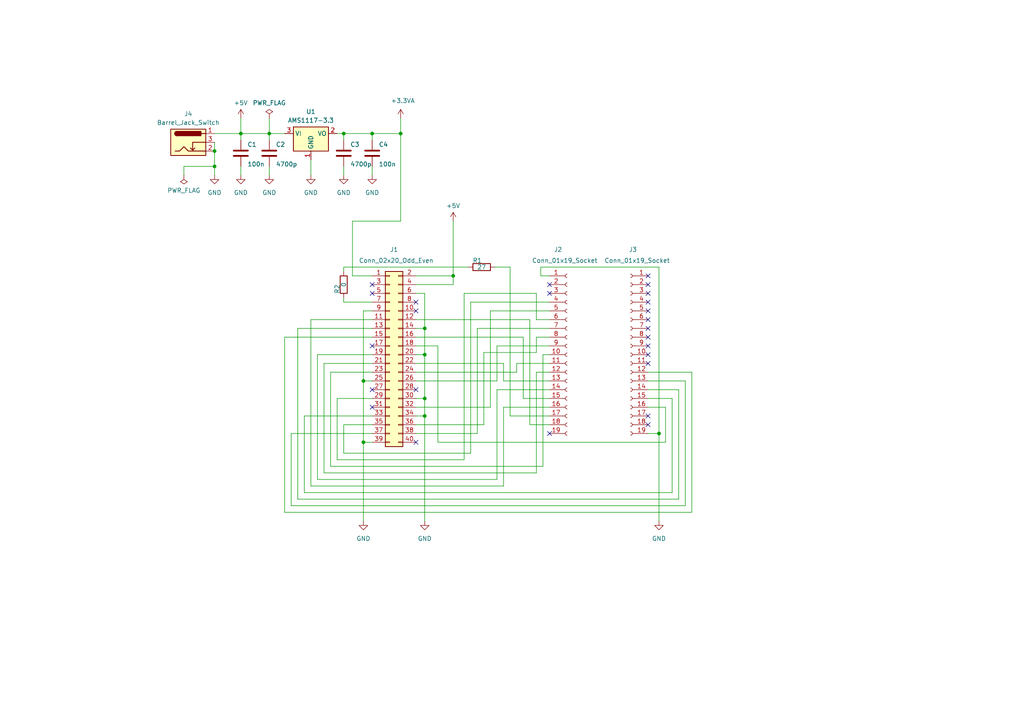
<source format=kicad_sch>
(kicad_sch (version 20230121) (generator eeschema)

  (uuid 68719ba6-0060-455c-86d2-f8d6aac00571)

  (paper "A4")

  (title_block
    (title "Juice connector board")
    (date "2024-10-24")
    (rev "0.1")
    (company "Yado-san, jg1twp")
    (comment 1 "for FT2232HL Development Board")
  )

  (lib_symbols
    (symbol "Connector:Barrel_Jack_Switch" (pin_names hide) (in_bom yes) (on_board yes)
      (property "Reference" "J" (at 0 5.334 0)
        (effects (font (size 1.27 1.27)))
      )
      (property "Value" "Barrel_Jack_Switch" (at 0 -5.08 0)
        (effects (font (size 1.27 1.27)))
      )
      (property "Footprint" "" (at 1.27 -1.016 0)
        (effects (font (size 1.27 1.27)) hide)
      )
      (property "Datasheet" "~" (at 1.27 -1.016 0)
        (effects (font (size 1.27 1.27)) hide)
      )
      (property "ki_keywords" "DC power barrel jack connector" (at 0 0 0)
        (effects (font (size 1.27 1.27)) hide)
      )
      (property "ki_description" "DC Barrel Jack with an internal switch" (at 0 0 0)
        (effects (font (size 1.27 1.27)) hide)
      )
      (property "ki_fp_filters" "BarrelJack*" (at 0 0 0)
        (effects (font (size 1.27 1.27)) hide)
      )
      (symbol "Barrel_Jack_Switch_0_1"
        (rectangle (start -5.08 3.81) (end 5.08 -3.81)
          (stroke (width 0.254) (type default))
          (fill (type background))
        )
        (arc (start -3.302 3.175) (mid -3.9343 2.54) (end -3.302 1.905)
          (stroke (width 0.254) (type default))
          (fill (type none))
        )
        (arc (start -3.302 3.175) (mid -3.9343 2.54) (end -3.302 1.905)
          (stroke (width 0.254) (type default))
          (fill (type outline))
        )
        (polyline
          (pts
            (xy 1.27 -2.286)
            (xy 1.905 -1.651)
          )
          (stroke (width 0.254) (type default))
          (fill (type none))
        )
        (polyline
          (pts
            (xy 5.08 2.54)
            (xy 3.81 2.54)
          )
          (stroke (width 0.254) (type default))
          (fill (type none))
        )
        (polyline
          (pts
            (xy 5.08 0)
            (xy 1.27 0)
            (xy 1.27 -2.286)
            (xy 0.635 -1.651)
          )
          (stroke (width 0.254) (type default))
          (fill (type none))
        )
        (polyline
          (pts
            (xy -3.81 -2.54)
            (xy -2.54 -2.54)
            (xy -1.27 -1.27)
            (xy 0 -2.54)
            (xy 2.54 -2.54)
            (xy 5.08 -2.54)
          )
          (stroke (width 0.254) (type default))
          (fill (type none))
        )
        (rectangle (start 3.683 3.175) (end -3.302 1.905)
          (stroke (width 0.254) (type default))
          (fill (type outline))
        )
      )
      (symbol "Barrel_Jack_Switch_1_1"
        (pin passive line (at 7.62 2.54 180) (length 2.54)
          (name "~" (effects (font (size 1.27 1.27))))
          (number "1" (effects (font (size 1.27 1.27))))
        )
        (pin passive line (at 7.62 -2.54 180) (length 2.54)
          (name "~" (effects (font (size 1.27 1.27))))
          (number "2" (effects (font (size 1.27 1.27))))
        )
        (pin passive line (at 7.62 0 180) (length 2.54)
          (name "~" (effects (font (size 1.27 1.27))))
          (number "3" (effects (font (size 1.27 1.27))))
        )
      )
    )
    (symbol "Connector:Conn_01x19_Socket" (pin_names (offset 1.016) hide) (in_bom yes) (on_board yes)
      (property "Reference" "J" (at 0 25.4 0)
        (effects (font (size 1.27 1.27)))
      )
      (property "Value" "Conn_01x19_Socket" (at 0 -25.4 0)
        (effects (font (size 1.27 1.27)))
      )
      (property "Footprint" "" (at 0 0 0)
        (effects (font (size 1.27 1.27)) hide)
      )
      (property "Datasheet" "~" (at 0 0 0)
        (effects (font (size 1.27 1.27)) hide)
      )
      (property "ki_locked" "" (at 0 0 0)
        (effects (font (size 1.27 1.27)))
      )
      (property "ki_keywords" "connector" (at 0 0 0)
        (effects (font (size 1.27 1.27)) hide)
      )
      (property "ki_description" "Generic connector, single row, 01x19, script generated" (at 0 0 0)
        (effects (font (size 1.27 1.27)) hide)
      )
      (property "ki_fp_filters" "Connector*:*_1x??_*" (at 0 0 0)
        (effects (font (size 1.27 1.27)) hide)
      )
      (symbol "Conn_01x19_Socket_1_1"
        (arc (start 0 -22.352) (mid -0.5058 -22.86) (end 0 -23.368)
          (stroke (width 0.1524) (type default))
          (fill (type none))
        )
        (arc (start 0 -19.812) (mid -0.5058 -20.32) (end 0 -20.828)
          (stroke (width 0.1524) (type default))
          (fill (type none))
        )
        (arc (start 0 -17.272) (mid -0.5058 -17.78) (end 0 -18.288)
          (stroke (width 0.1524) (type default))
          (fill (type none))
        )
        (arc (start 0 -14.732) (mid -0.5058 -15.24) (end 0 -15.748)
          (stroke (width 0.1524) (type default))
          (fill (type none))
        )
        (arc (start 0 -12.192) (mid -0.5058 -12.7) (end 0 -13.208)
          (stroke (width 0.1524) (type default))
          (fill (type none))
        )
        (arc (start 0 -9.652) (mid -0.5058 -10.16) (end 0 -10.668)
          (stroke (width 0.1524) (type default))
          (fill (type none))
        )
        (arc (start 0 -7.112) (mid -0.5058 -7.62) (end 0 -8.128)
          (stroke (width 0.1524) (type default))
          (fill (type none))
        )
        (arc (start 0 -4.572) (mid -0.5058 -5.08) (end 0 -5.588)
          (stroke (width 0.1524) (type default))
          (fill (type none))
        )
        (arc (start 0 -2.032) (mid -0.5058 -2.54) (end 0 -3.048)
          (stroke (width 0.1524) (type default))
          (fill (type none))
        )
        (polyline
          (pts
            (xy -1.27 -22.86)
            (xy -0.508 -22.86)
          )
          (stroke (width 0.1524) (type default))
          (fill (type none))
        )
        (polyline
          (pts
            (xy -1.27 -20.32)
            (xy -0.508 -20.32)
          )
          (stroke (width 0.1524) (type default))
          (fill (type none))
        )
        (polyline
          (pts
            (xy -1.27 -17.78)
            (xy -0.508 -17.78)
          )
          (stroke (width 0.1524) (type default))
          (fill (type none))
        )
        (polyline
          (pts
            (xy -1.27 -15.24)
            (xy -0.508 -15.24)
          )
          (stroke (width 0.1524) (type default))
          (fill (type none))
        )
        (polyline
          (pts
            (xy -1.27 -12.7)
            (xy -0.508 -12.7)
          )
          (stroke (width 0.1524) (type default))
          (fill (type none))
        )
        (polyline
          (pts
            (xy -1.27 -10.16)
            (xy -0.508 -10.16)
          )
          (stroke (width 0.1524) (type default))
          (fill (type none))
        )
        (polyline
          (pts
            (xy -1.27 -7.62)
            (xy -0.508 -7.62)
          )
          (stroke (width 0.1524) (type default))
          (fill (type none))
        )
        (polyline
          (pts
            (xy -1.27 -5.08)
            (xy -0.508 -5.08)
          )
          (stroke (width 0.1524) (type default))
          (fill (type none))
        )
        (polyline
          (pts
            (xy -1.27 -2.54)
            (xy -0.508 -2.54)
          )
          (stroke (width 0.1524) (type default))
          (fill (type none))
        )
        (polyline
          (pts
            (xy -1.27 0)
            (xy -0.508 0)
          )
          (stroke (width 0.1524) (type default))
          (fill (type none))
        )
        (polyline
          (pts
            (xy -1.27 2.54)
            (xy -0.508 2.54)
          )
          (stroke (width 0.1524) (type default))
          (fill (type none))
        )
        (polyline
          (pts
            (xy -1.27 5.08)
            (xy -0.508 5.08)
          )
          (stroke (width 0.1524) (type default))
          (fill (type none))
        )
        (polyline
          (pts
            (xy -1.27 7.62)
            (xy -0.508 7.62)
          )
          (stroke (width 0.1524) (type default))
          (fill (type none))
        )
        (polyline
          (pts
            (xy -1.27 10.16)
            (xy -0.508 10.16)
          )
          (stroke (width 0.1524) (type default))
          (fill (type none))
        )
        (polyline
          (pts
            (xy -1.27 12.7)
            (xy -0.508 12.7)
          )
          (stroke (width 0.1524) (type default))
          (fill (type none))
        )
        (polyline
          (pts
            (xy -1.27 15.24)
            (xy -0.508 15.24)
          )
          (stroke (width 0.1524) (type default))
          (fill (type none))
        )
        (polyline
          (pts
            (xy -1.27 17.78)
            (xy -0.508 17.78)
          )
          (stroke (width 0.1524) (type default))
          (fill (type none))
        )
        (polyline
          (pts
            (xy -1.27 20.32)
            (xy -0.508 20.32)
          )
          (stroke (width 0.1524) (type default))
          (fill (type none))
        )
        (polyline
          (pts
            (xy -1.27 22.86)
            (xy -0.508 22.86)
          )
          (stroke (width 0.1524) (type default))
          (fill (type none))
        )
        (arc (start 0 0.508) (mid -0.5058 0) (end 0 -0.508)
          (stroke (width 0.1524) (type default))
          (fill (type none))
        )
        (arc (start 0 3.048) (mid -0.5058 2.54) (end 0 2.032)
          (stroke (width 0.1524) (type default))
          (fill (type none))
        )
        (arc (start 0 5.588) (mid -0.5058 5.08) (end 0 4.572)
          (stroke (width 0.1524) (type default))
          (fill (type none))
        )
        (arc (start 0 8.128) (mid -0.5058 7.62) (end 0 7.112)
          (stroke (width 0.1524) (type default))
          (fill (type none))
        )
        (arc (start 0 10.668) (mid -0.5058 10.16) (end 0 9.652)
          (stroke (width 0.1524) (type default))
          (fill (type none))
        )
        (arc (start 0 13.208) (mid -0.5058 12.7) (end 0 12.192)
          (stroke (width 0.1524) (type default))
          (fill (type none))
        )
        (arc (start 0 15.748) (mid -0.5058 15.24) (end 0 14.732)
          (stroke (width 0.1524) (type default))
          (fill (type none))
        )
        (arc (start 0 18.288) (mid -0.5058 17.78) (end 0 17.272)
          (stroke (width 0.1524) (type default))
          (fill (type none))
        )
        (arc (start 0 20.828) (mid -0.5058 20.32) (end 0 19.812)
          (stroke (width 0.1524) (type default))
          (fill (type none))
        )
        (arc (start 0 23.368) (mid -0.5058 22.86) (end 0 22.352)
          (stroke (width 0.1524) (type default))
          (fill (type none))
        )
        (pin passive line (at -5.08 22.86 0) (length 3.81)
          (name "Pin_1" (effects (font (size 1.27 1.27))))
          (number "1" (effects (font (size 1.27 1.27))))
        )
        (pin passive line (at -5.08 0 0) (length 3.81)
          (name "Pin_10" (effects (font (size 1.27 1.27))))
          (number "10" (effects (font (size 1.27 1.27))))
        )
        (pin passive line (at -5.08 -2.54 0) (length 3.81)
          (name "Pin_11" (effects (font (size 1.27 1.27))))
          (number "11" (effects (font (size 1.27 1.27))))
        )
        (pin passive line (at -5.08 -5.08 0) (length 3.81)
          (name "Pin_12" (effects (font (size 1.27 1.27))))
          (number "12" (effects (font (size 1.27 1.27))))
        )
        (pin passive line (at -5.08 -7.62 0) (length 3.81)
          (name "Pin_13" (effects (font (size 1.27 1.27))))
          (number "13" (effects (font (size 1.27 1.27))))
        )
        (pin passive line (at -5.08 -10.16 0) (length 3.81)
          (name "Pin_14" (effects (font (size 1.27 1.27))))
          (number "14" (effects (font (size 1.27 1.27))))
        )
        (pin passive line (at -5.08 -12.7 0) (length 3.81)
          (name "Pin_15" (effects (font (size 1.27 1.27))))
          (number "15" (effects (font (size 1.27 1.27))))
        )
        (pin passive line (at -5.08 -15.24 0) (length 3.81)
          (name "Pin_16" (effects (font (size 1.27 1.27))))
          (number "16" (effects (font (size 1.27 1.27))))
        )
        (pin passive line (at -5.08 -17.78 0) (length 3.81)
          (name "Pin_17" (effects (font (size 1.27 1.27))))
          (number "17" (effects (font (size 1.27 1.27))))
        )
        (pin passive line (at -5.08 -20.32 0) (length 3.81)
          (name "Pin_18" (effects (font (size 1.27 1.27))))
          (number "18" (effects (font (size 1.27 1.27))))
        )
        (pin passive line (at -5.08 -22.86 0) (length 3.81)
          (name "Pin_19" (effects (font (size 1.27 1.27))))
          (number "19" (effects (font (size 1.27 1.27))))
        )
        (pin passive line (at -5.08 20.32 0) (length 3.81)
          (name "Pin_2" (effects (font (size 1.27 1.27))))
          (number "2" (effects (font (size 1.27 1.27))))
        )
        (pin passive line (at -5.08 17.78 0) (length 3.81)
          (name "Pin_3" (effects (font (size 1.27 1.27))))
          (number "3" (effects (font (size 1.27 1.27))))
        )
        (pin passive line (at -5.08 15.24 0) (length 3.81)
          (name "Pin_4" (effects (font (size 1.27 1.27))))
          (number "4" (effects (font (size 1.27 1.27))))
        )
        (pin passive line (at -5.08 12.7 0) (length 3.81)
          (name "Pin_5" (effects (font (size 1.27 1.27))))
          (number "5" (effects (font (size 1.27 1.27))))
        )
        (pin passive line (at -5.08 10.16 0) (length 3.81)
          (name "Pin_6" (effects (font (size 1.27 1.27))))
          (number "6" (effects (font (size 1.27 1.27))))
        )
        (pin passive line (at -5.08 7.62 0) (length 3.81)
          (name "Pin_7" (effects (font (size 1.27 1.27))))
          (number "7" (effects (font (size 1.27 1.27))))
        )
        (pin passive line (at -5.08 5.08 0) (length 3.81)
          (name "Pin_8" (effects (font (size 1.27 1.27))))
          (number "8" (effects (font (size 1.27 1.27))))
        )
        (pin passive line (at -5.08 2.54 0) (length 3.81)
          (name "Pin_9" (effects (font (size 1.27 1.27))))
          (number "9" (effects (font (size 1.27 1.27))))
        )
      )
    )
    (symbol "Connector_Generic:Conn_02x20_Odd_Even" (pin_names (offset 1.016) hide) (in_bom yes) (on_board yes)
      (property "Reference" "J" (at 1.27 25.4 0)
        (effects (font (size 1.27 1.27)))
      )
      (property "Value" "Conn_02x20_Odd_Even" (at 1.27 -27.94 0)
        (effects (font (size 1.27 1.27)))
      )
      (property "Footprint" "" (at 0 0 0)
        (effects (font (size 1.27 1.27)) hide)
      )
      (property "Datasheet" "~" (at 0 0 0)
        (effects (font (size 1.27 1.27)) hide)
      )
      (property "ki_keywords" "connector" (at 0 0 0)
        (effects (font (size 1.27 1.27)) hide)
      )
      (property "ki_description" "Generic connector, double row, 02x20, odd/even pin numbering scheme (row 1 odd numbers, row 2 even numbers), script generated (kicad-library-utils/schlib/autogen/connector/)" (at 0 0 0)
        (effects (font (size 1.27 1.27)) hide)
      )
      (property "ki_fp_filters" "Connector*:*_2x??_*" (at 0 0 0)
        (effects (font (size 1.27 1.27)) hide)
      )
      (symbol "Conn_02x20_Odd_Even_1_1"
        (rectangle (start -1.27 -25.273) (end 0 -25.527)
          (stroke (width 0.1524) (type default))
          (fill (type none))
        )
        (rectangle (start -1.27 -22.733) (end 0 -22.987)
          (stroke (width 0.1524) (type default))
          (fill (type none))
        )
        (rectangle (start -1.27 -20.193) (end 0 -20.447)
          (stroke (width 0.1524) (type default))
          (fill (type none))
        )
        (rectangle (start -1.27 -17.653) (end 0 -17.907)
          (stroke (width 0.1524) (type default))
          (fill (type none))
        )
        (rectangle (start -1.27 -15.113) (end 0 -15.367)
          (stroke (width 0.1524) (type default))
          (fill (type none))
        )
        (rectangle (start -1.27 -12.573) (end 0 -12.827)
          (stroke (width 0.1524) (type default))
          (fill (type none))
        )
        (rectangle (start -1.27 -10.033) (end 0 -10.287)
          (stroke (width 0.1524) (type default))
          (fill (type none))
        )
        (rectangle (start -1.27 -7.493) (end 0 -7.747)
          (stroke (width 0.1524) (type default))
          (fill (type none))
        )
        (rectangle (start -1.27 -4.953) (end 0 -5.207)
          (stroke (width 0.1524) (type default))
          (fill (type none))
        )
        (rectangle (start -1.27 -2.413) (end 0 -2.667)
          (stroke (width 0.1524) (type default))
          (fill (type none))
        )
        (rectangle (start -1.27 0.127) (end 0 -0.127)
          (stroke (width 0.1524) (type default))
          (fill (type none))
        )
        (rectangle (start -1.27 2.667) (end 0 2.413)
          (stroke (width 0.1524) (type default))
          (fill (type none))
        )
        (rectangle (start -1.27 5.207) (end 0 4.953)
          (stroke (width 0.1524) (type default))
          (fill (type none))
        )
        (rectangle (start -1.27 7.747) (end 0 7.493)
          (stroke (width 0.1524) (type default))
          (fill (type none))
        )
        (rectangle (start -1.27 10.287) (end 0 10.033)
          (stroke (width 0.1524) (type default))
          (fill (type none))
        )
        (rectangle (start -1.27 12.827) (end 0 12.573)
          (stroke (width 0.1524) (type default))
          (fill (type none))
        )
        (rectangle (start -1.27 15.367) (end 0 15.113)
          (stroke (width 0.1524) (type default))
          (fill (type none))
        )
        (rectangle (start -1.27 17.907) (end 0 17.653)
          (stroke (width 0.1524) (type default))
          (fill (type none))
        )
        (rectangle (start -1.27 20.447) (end 0 20.193)
          (stroke (width 0.1524) (type default))
          (fill (type none))
        )
        (rectangle (start -1.27 22.987) (end 0 22.733)
          (stroke (width 0.1524) (type default))
          (fill (type none))
        )
        (rectangle (start -1.27 24.13) (end 3.81 -26.67)
          (stroke (width 0.254) (type default))
          (fill (type background))
        )
        (rectangle (start 3.81 -25.273) (end 2.54 -25.527)
          (stroke (width 0.1524) (type default))
          (fill (type none))
        )
        (rectangle (start 3.81 -22.733) (end 2.54 -22.987)
          (stroke (width 0.1524) (type default))
          (fill (type none))
        )
        (rectangle (start 3.81 -20.193) (end 2.54 -20.447)
          (stroke (width 0.1524) (type default))
          (fill (type none))
        )
        (rectangle (start 3.81 -17.653) (end 2.54 -17.907)
          (stroke (width 0.1524) (type default))
          (fill (type none))
        )
        (rectangle (start 3.81 -15.113) (end 2.54 -15.367)
          (stroke (width 0.1524) (type default))
          (fill (type none))
        )
        (rectangle (start 3.81 -12.573) (end 2.54 -12.827)
          (stroke (width 0.1524) (type default))
          (fill (type none))
        )
        (rectangle (start 3.81 -10.033) (end 2.54 -10.287)
          (stroke (width 0.1524) (type default))
          (fill (type none))
        )
        (rectangle (start 3.81 -7.493) (end 2.54 -7.747)
          (stroke (width 0.1524) (type default))
          (fill (type none))
        )
        (rectangle (start 3.81 -4.953) (end 2.54 -5.207)
          (stroke (width 0.1524) (type default))
          (fill (type none))
        )
        (rectangle (start 3.81 -2.413) (end 2.54 -2.667)
          (stroke (width 0.1524) (type default))
          (fill (type none))
        )
        (rectangle (start 3.81 0.127) (end 2.54 -0.127)
          (stroke (width 0.1524) (type default))
          (fill (type none))
        )
        (rectangle (start 3.81 2.667) (end 2.54 2.413)
          (stroke (width 0.1524) (type default))
          (fill (type none))
        )
        (rectangle (start 3.81 5.207) (end 2.54 4.953)
          (stroke (width 0.1524) (type default))
          (fill (type none))
        )
        (rectangle (start 3.81 7.747) (end 2.54 7.493)
          (stroke (width 0.1524) (type default))
          (fill (type none))
        )
        (rectangle (start 3.81 10.287) (end 2.54 10.033)
          (stroke (width 0.1524) (type default))
          (fill (type none))
        )
        (rectangle (start 3.81 12.827) (end 2.54 12.573)
          (stroke (width 0.1524) (type default))
          (fill (type none))
        )
        (rectangle (start 3.81 15.367) (end 2.54 15.113)
          (stroke (width 0.1524) (type default))
          (fill (type none))
        )
        (rectangle (start 3.81 17.907) (end 2.54 17.653)
          (stroke (width 0.1524) (type default))
          (fill (type none))
        )
        (rectangle (start 3.81 20.447) (end 2.54 20.193)
          (stroke (width 0.1524) (type default))
          (fill (type none))
        )
        (rectangle (start 3.81 22.987) (end 2.54 22.733)
          (stroke (width 0.1524) (type default))
          (fill (type none))
        )
        (pin passive line (at -5.08 22.86 0) (length 3.81)
          (name "Pin_1" (effects (font (size 1.27 1.27))))
          (number "1" (effects (font (size 1.27 1.27))))
        )
        (pin passive line (at 7.62 12.7 180) (length 3.81)
          (name "Pin_10" (effects (font (size 1.27 1.27))))
          (number "10" (effects (font (size 1.27 1.27))))
        )
        (pin passive line (at -5.08 10.16 0) (length 3.81)
          (name "Pin_11" (effects (font (size 1.27 1.27))))
          (number "11" (effects (font (size 1.27 1.27))))
        )
        (pin passive line (at 7.62 10.16 180) (length 3.81)
          (name "Pin_12" (effects (font (size 1.27 1.27))))
          (number "12" (effects (font (size 1.27 1.27))))
        )
        (pin passive line (at -5.08 7.62 0) (length 3.81)
          (name "Pin_13" (effects (font (size 1.27 1.27))))
          (number "13" (effects (font (size 1.27 1.27))))
        )
        (pin passive line (at 7.62 7.62 180) (length 3.81)
          (name "Pin_14" (effects (font (size 1.27 1.27))))
          (number "14" (effects (font (size 1.27 1.27))))
        )
        (pin passive line (at -5.08 5.08 0) (length 3.81)
          (name "Pin_15" (effects (font (size 1.27 1.27))))
          (number "15" (effects (font (size 1.27 1.27))))
        )
        (pin passive line (at 7.62 5.08 180) (length 3.81)
          (name "Pin_16" (effects (font (size 1.27 1.27))))
          (number "16" (effects (font (size 1.27 1.27))))
        )
        (pin passive line (at -5.08 2.54 0) (length 3.81)
          (name "Pin_17" (effects (font (size 1.27 1.27))))
          (number "17" (effects (font (size 1.27 1.27))))
        )
        (pin passive line (at 7.62 2.54 180) (length 3.81)
          (name "Pin_18" (effects (font (size 1.27 1.27))))
          (number "18" (effects (font (size 1.27 1.27))))
        )
        (pin passive line (at -5.08 0 0) (length 3.81)
          (name "Pin_19" (effects (font (size 1.27 1.27))))
          (number "19" (effects (font (size 1.27 1.27))))
        )
        (pin passive line (at 7.62 22.86 180) (length 3.81)
          (name "Pin_2" (effects (font (size 1.27 1.27))))
          (number "2" (effects (font (size 1.27 1.27))))
        )
        (pin passive line (at 7.62 0 180) (length 3.81)
          (name "Pin_20" (effects (font (size 1.27 1.27))))
          (number "20" (effects (font (size 1.27 1.27))))
        )
        (pin passive line (at -5.08 -2.54 0) (length 3.81)
          (name "Pin_21" (effects (font (size 1.27 1.27))))
          (number "21" (effects (font (size 1.27 1.27))))
        )
        (pin passive line (at 7.62 -2.54 180) (length 3.81)
          (name "Pin_22" (effects (font (size 1.27 1.27))))
          (number "22" (effects (font (size 1.27 1.27))))
        )
        (pin passive line (at -5.08 -5.08 0) (length 3.81)
          (name "Pin_23" (effects (font (size 1.27 1.27))))
          (number "23" (effects (font (size 1.27 1.27))))
        )
        (pin passive line (at 7.62 -5.08 180) (length 3.81)
          (name "Pin_24" (effects (font (size 1.27 1.27))))
          (number "24" (effects (font (size 1.27 1.27))))
        )
        (pin passive line (at -5.08 -7.62 0) (length 3.81)
          (name "Pin_25" (effects (font (size 1.27 1.27))))
          (number "25" (effects (font (size 1.27 1.27))))
        )
        (pin passive line (at 7.62 -7.62 180) (length 3.81)
          (name "Pin_26" (effects (font (size 1.27 1.27))))
          (number "26" (effects (font (size 1.27 1.27))))
        )
        (pin passive line (at -5.08 -10.16 0) (length 3.81)
          (name "Pin_27" (effects (font (size 1.27 1.27))))
          (number "27" (effects (font (size 1.27 1.27))))
        )
        (pin passive line (at 7.62 -10.16 180) (length 3.81)
          (name "Pin_28" (effects (font (size 1.27 1.27))))
          (number "28" (effects (font (size 1.27 1.27))))
        )
        (pin passive line (at -5.08 -12.7 0) (length 3.81)
          (name "Pin_29" (effects (font (size 1.27 1.27))))
          (number "29" (effects (font (size 1.27 1.27))))
        )
        (pin passive line (at -5.08 20.32 0) (length 3.81)
          (name "Pin_3" (effects (font (size 1.27 1.27))))
          (number "3" (effects (font (size 1.27 1.27))))
        )
        (pin passive line (at 7.62 -12.7 180) (length 3.81)
          (name "Pin_30" (effects (font (size 1.27 1.27))))
          (number "30" (effects (font (size 1.27 1.27))))
        )
        (pin passive line (at -5.08 -15.24 0) (length 3.81)
          (name "Pin_31" (effects (font (size 1.27 1.27))))
          (number "31" (effects (font (size 1.27 1.27))))
        )
        (pin passive line (at 7.62 -15.24 180) (length 3.81)
          (name "Pin_32" (effects (font (size 1.27 1.27))))
          (number "32" (effects (font (size 1.27 1.27))))
        )
        (pin passive line (at -5.08 -17.78 0) (length 3.81)
          (name "Pin_33" (effects (font (size 1.27 1.27))))
          (number "33" (effects (font (size 1.27 1.27))))
        )
        (pin passive line (at 7.62 -17.78 180) (length 3.81)
          (name "Pin_34" (effects (font (size 1.27 1.27))))
          (number "34" (effects (font (size 1.27 1.27))))
        )
        (pin passive line (at -5.08 -20.32 0) (length 3.81)
          (name "Pin_35" (effects (font (size 1.27 1.27))))
          (number "35" (effects (font (size 1.27 1.27))))
        )
        (pin passive line (at 7.62 -20.32 180) (length 3.81)
          (name "Pin_36" (effects (font (size 1.27 1.27))))
          (number "36" (effects (font (size 1.27 1.27))))
        )
        (pin passive line (at -5.08 -22.86 0) (length 3.81)
          (name "Pin_37" (effects (font (size 1.27 1.27))))
          (number "37" (effects (font (size 1.27 1.27))))
        )
        (pin passive line (at 7.62 -22.86 180) (length 3.81)
          (name "Pin_38" (effects (font (size 1.27 1.27))))
          (number "38" (effects (font (size 1.27 1.27))))
        )
        (pin passive line (at -5.08 -25.4 0) (length 3.81)
          (name "Pin_39" (effects (font (size 1.27 1.27))))
          (number "39" (effects (font (size 1.27 1.27))))
        )
        (pin passive line (at 7.62 20.32 180) (length 3.81)
          (name "Pin_4" (effects (font (size 1.27 1.27))))
          (number "4" (effects (font (size 1.27 1.27))))
        )
        (pin passive line (at 7.62 -25.4 180) (length 3.81)
          (name "Pin_40" (effects (font (size 1.27 1.27))))
          (number "40" (effects (font (size 1.27 1.27))))
        )
        (pin passive line (at -5.08 17.78 0) (length 3.81)
          (name "Pin_5" (effects (font (size 1.27 1.27))))
          (number "5" (effects (font (size 1.27 1.27))))
        )
        (pin passive line (at 7.62 17.78 180) (length 3.81)
          (name "Pin_6" (effects (font (size 1.27 1.27))))
          (number "6" (effects (font (size 1.27 1.27))))
        )
        (pin passive line (at -5.08 15.24 0) (length 3.81)
          (name "Pin_7" (effects (font (size 1.27 1.27))))
          (number "7" (effects (font (size 1.27 1.27))))
        )
        (pin passive line (at 7.62 15.24 180) (length 3.81)
          (name "Pin_8" (effects (font (size 1.27 1.27))))
          (number "8" (effects (font (size 1.27 1.27))))
        )
        (pin passive line (at -5.08 12.7 0) (length 3.81)
          (name "Pin_9" (effects (font (size 1.27 1.27))))
          (number "9" (effects (font (size 1.27 1.27))))
        )
      )
    )
    (symbol "Device:C" (pin_numbers hide) (pin_names (offset 0.254)) (in_bom yes) (on_board yes)
      (property "Reference" "C" (at 0.635 2.54 0)
        (effects (font (size 1.27 1.27)) (justify left))
      )
      (property "Value" "C" (at 0.635 -2.54 0)
        (effects (font (size 1.27 1.27)) (justify left))
      )
      (property "Footprint" "" (at 0.9652 -3.81 0)
        (effects (font (size 1.27 1.27)) hide)
      )
      (property "Datasheet" "~" (at 0 0 0)
        (effects (font (size 1.27 1.27)) hide)
      )
      (property "ki_keywords" "cap capacitor" (at 0 0 0)
        (effects (font (size 1.27 1.27)) hide)
      )
      (property "ki_description" "Unpolarized capacitor" (at 0 0 0)
        (effects (font (size 1.27 1.27)) hide)
      )
      (property "ki_fp_filters" "C_*" (at 0 0 0)
        (effects (font (size 1.27 1.27)) hide)
      )
      (symbol "C_0_1"
        (polyline
          (pts
            (xy -2.032 -0.762)
            (xy 2.032 -0.762)
          )
          (stroke (width 0.508) (type default))
          (fill (type none))
        )
        (polyline
          (pts
            (xy -2.032 0.762)
            (xy 2.032 0.762)
          )
          (stroke (width 0.508) (type default))
          (fill (type none))
        )
      )
      (symbol "C_1_1"
        (pin passive line (at 0 3.81 270) (length 2.794)
          (name "~" (effects (font (size 1.27 1.27))))
          (number "1" (effects (font (size 1.27 1.27))))
        )
        (pin passive line (at 0 -3.81 90) (length 2.794)
          (name "~" (effects (font (size 1.27 1.27))))
          (number "2" (effects (font (size 1.27 1.27))))
        )
      )
    )
    (symbol "Device:R" (pin_numbers hide) (pin_names (offset 0)) (in_bom yes) (on_board yes)
      (property "Reference" "R" (at 2.032 0 90)
        (effects (font (size 1.27 1.27)))
      )
      (property "Value" "R" (at 0 0 90)
        (effects (font (size 1.27 1.27)))
      )
      (property "Footprint" "" (at -1.778 0 90)
        (effects (font (size 1.27 1.27)) hide)
      )
      (property "Datasheet" "~" (at 0 0 0)
        (effects (font (size 1.27 1.27)) hide)
      )
      (property "ki_keywords" "R res resistor" (at 0 0 0)
        (effects (font (size 1.27 1.27)) hide)
      )
      (property "ki_description" "Resistor" (at 0 0 0)
        (effects (font (size 1.27 1.27)) hide)
      )
      (property "ki_fp_filters" "R_*" (at 0 0 0)
        (effects (font (size 1.27 1.27)) hide)
      )
      (symbol "R_0_1"
        (rectangle (start -1.016 -2.54) (end 1.016 2.54)
          (stroke (width 0.254) (type default))
          (fill (type none))
        )
      )
      (symbol "R_1_1"
        (pin passive line (at 0 3.81 270) (length 1.27)
          (name "~" (effects (font (size 1.27 1.27))))
          (number "1" (effects (font (size 1.27 1.27))))
        )
        (pin passive line (at 0 -3.81 90) (length 1.27)
          (name "~" (effects (font (size 1.27 1.27))))
          (number "2" (effects (font (size 1.27 1.27))))
        )
      )
    )
    (symbol "Regulator_Linear:AMS1117-3.3" (in_bom yes) (on_board yes)
      (property "Reference" "U" (at -3.81 3.175 0)
        (effects (font (size 1.27 1.27)))
      )
      (property "Value" "AMS1117-3.3" (at 0 3.175 0)
        (effects (font (size 1.27 1.27)) (justify left))
      )
      (property "Footprint" "Package_TO_SOT_SMD:SOT-223-3_TabPin2" (at 0 5.08 0)
        (effects (font (size 1.27 1.27)) hide)
      )
      (property "Datasheet" "http://www.advanced-monolithic.com/pdf/ds1117.pdf" (at 2.54 -6.35 0)
        (effects (font (size 1.27 1.27)) hide)
      )
      (property "ki_keywords" "linear regulator ldo fixed positive" (at 0 0 0)
        (effects (font (size 1.27 1.27)) hide)
      )
      (property "ki_description" "1A Low Dropout regulator, positive, 3.3V fixed output, SOT-223" (at 0 0 0)
        (effects (font (size 1.27 1.27)) hide)
      )
      (property "ki_fp_filters" "SOT?223*TabPin2*" (at 0 0 0)
        (effects (font (size 1.27 1.27)) hide)
      )
      (symbol "AMS1117-3.3_0_1"
        (rectangle (start -5.08 -5.08) (end 5.08 1.905)
          (stroke (width 0.254) (type default))
          (fill (type background))
        )
      )
      (symbol "AMS1117-3.3_1_1"
        (pin power_in line (at 0 -7.62 90) (length 2.54)
          (name "GND" (effects (font (size 1.27 1.27))))
          (number "1" (effects (font (size 1.27 1.27))))
        )
        (pin power_out line (at 7.62 0 180) (length 2.54)
          (name "VO" (effects (font (size 1.27 1.27))))
          (number "2" (effects (font (size 1.27 1.27))))
        )
        (pin power_in line (at -7.62 0 0) (length 2.54)
          (name "VI" (effects (font (size 1.27 1.27))))
          (number "3" (effects (font (size 1.27 1.27))))
        )
      )
    )
    (symbol "power:+3.3VA" (power) (pin_names (offset 0)) (in_bom yes) (on_board yes)
      (property "Reference" "#PWR" (at 0 -3.81 0)
        (effects (font (size 1.27 1.27)) hide)
      )
      (property "Value" "+3.3VA" (at 0 3.556 0)
        (effects (font (size 1.27 1.27)))
      )
      (property "Footprint" "" (at 0 0 0)
        (effects (font (size 1.27 1.27)) hide)
      )
      (property "Datasheet" "" (at 0 0 0)
        (effects (font (size 1.27 1.27)) hide)
      )
      (property "ki_keywords" "global power" (at 0 0 0)
        (effects (font (size 1.27 1.27)) hide)
      )
      (property "ki_description" "Power symbol creates a global label with name \"+3.3VA\"" (at 0 0 0)
        (effects (font (size 1.27 1.27)) hide)
      )
      (symbol "+3.3VA_0_1"
        (polyline
          (pts
            (xy -0.762 1.27)
            (xy 0 2.54)
          )
          (stroke (width 0) (type default))
          (fill (type none))
        )
        (polyline
          (pts
            (xy 0 0)
            (xy 0 2.54)
          )
          (stroke (width 0) (type default))
          (fill (type none))
        )
        (polyline
          (pts
            (xy 0 2.54)
            (xy 0.762 1.27)
          )
          (stroke (width 0) (type default))
          (fill (type none))
        )
      )
      (symbol "+3.3VA_1_1"
        (pin power_in line (at 0 0 90) (length 0) hide
          (name "+3.3VA" (effects (font (size 1.27 1.27))))
          (number "1" (effects (font (size 1.27 1.27))))
        )
      )
    )
    (symbol "power:+5V" (power) (pin_names (offset 0)) (in_bom yes) (on_board yes)
      (property "Reference" "#PWR" (at 0 -3.81 0)
        (effects (font (size 1.27 1.27)) hide)
      )
      (property "Value" "+5V" (at 0 3.556 0)
        (effects (font (size 1.27 1.27)))
      )
      (property "Footprint" "" (at 0 0 0)
        (effects (font (size 1.27 1.27)) hide)
      )
      (property "Datasheet" "" (at 0 0 0)
        (effects (font (size 1.27 1.27)) hide)
      )
      (property "ki_keywords" "global power" (at 0 0 0)
        (effects (font (size 1.27 1.27)) hide)
      )
      (property "ki_description" "Power symbol creates a global label with name \"+5V\"" (at 0 0 0)
        (effects (font (size 1.27 1.27)) hide)
      )
      (symbol "+5V_0_1"
        (polyline
          (pts
            (xy -0.762 1.27)
            (xy 0 2.54)
          )
          (stroke (width 0) (type default))
          (fill (type none))
        )
        (polyline
          (pts
            (xy 0 0)
            (xy 0 2.54)
          )
          (stroke (width 0) (type default))
          (fill (type none))
        )
        (polyline
          (pts
            (xy 0 2.54)
            (xy 0.762 1.27)
          )
          (stroke (width 0) (type default))
          (fill (type none))
        )
      )
      (symbol "+5V_1_1"
        (pin power_in line (at 0 0 90) (length 0) hide
          (name "+5V" (effects (font (size 1.27 1.27))))
          (number "1" (effects (font (size 1.27 1.27))))
        )
      )
    )
    (symbol "power:GND" (power) (pin_names (offset 0)) (in_bom yes) (on_board yes)
      (property "Reference" "#PWR" (at 0 -6.35 0)
        (effects (font (size 1.27 1.27)) hide)
      )
      (property "Value" "GND" (at 0 -3.81 0)
        (effects (font (size 1.27 1.27)))
      )
      (property "Footprint" "" (at 0 0 0)
        (effects (font (size 1.27 1.27)) hide)
      )
      (property "Datasheet" "" (at 0 0 0)
        (effects (font (size 1.27 1.27)) hide)
      )
      (property "ki_keywords" "global power" (at 0 0 0)
        (effects (font (size 1.27 1.27)) hide)
      )
      (property "ki_description" "Power symbol creates a global label with name \"GND\" , ground" (at 0 0 0)
        (effects (font (size 1.27 1.27)) hide)
      )
      (symbol "GND_0_1"
        (polyline
          (pts
            (xy 0 0)
            (xy 0 -1.27)
            (xy 1.27 -1.27)
            (xy 0 -2.54)
            (xy -1.27 -1.27)
            (xy 0 -1.27)
          )
          (stroke (width 0) (type default))
          (fill (type none))
        )
      )
      (symbol "GND_1_1"
        (pin power_in line (at 0 0 270) (length 0) hide
          (name "GND" (effects (font (size 1.27 1.27))))
          (number "1" (effects (font (size 1.27 1.27))))
        )
      )
    )
    (symbol "power:PWR_FLAG" (power) (pin_numbers hide) (pin_names (offset 0) hide) (in_bom yes) (on_board yes)
      (property "Reference" "#FLG" (at 0 1.905 0)
        (effects (font (size 1.27 1.27)) hide)
      )
      (property "Value" "PWR_FLAG" (at 0 3.81 0)
        (effects (font (size 1.27 1.27)))
      )
      (property "Footprint" "" (at 0 0 0)
        (effects (font (size 1.27 1.27)) hide)
      )
      (property "Datasheet" "~" (at 0 0 0)
        (effects (font (size 1.27 1.27)) hide)
      )
      (property "ki_keywords" "flag power" (at 0 0 0)
        (effects (font (size 1.27 1.27)) hide)
      )
      (property "ki_description" "Special symbol for telling ERC where power comes from" (at 0 0 0)
        (effects (font (size 1.27 1.27)) hide)
      )
      (symbol "PWR_FLAG_0_0"
        (pin power_out line (at 0 0 90) (length 0)
          (name "pwr" (effects (font (size 1.27 1.27))))
          (number "1" (effects (font (size 1.27 1.27))))
        )
      )
      (symbol "PWR_FLAG_0_1"
        (polyline
          (pts
            (xy 0 0)
            (xy 0 1.27)
            (xy -1.016 1.905)
            (xy 0 2.54)
            (xy 1.016 1.905)
            (xy 0 1.27)
          )
          (stroke (width 0) (type default))
          (fill (type none))
        )
      )
    )
  )

  (junction (at 107.95 38.735) (diameter 0) (color 0 0 0 0)
    (uuid 0379473d-4f6b-4485-9fc1-e9ad3e3af117)
  )
  (junction (at 105.41 128.27) (diameter 0) (color 0 0 0 0)
    (uuid 05d4efa4-5d0c-4241-9cd5-6e972dc5e58f)
  )
  (junction (at 123.19 115.57) (diameter 0) (color 0 0 0 0)
    (uuid 32e8799e-0ddb-4f88-bd39-403f3a4d289e)
  )
  (junction (at 123.19 120.65) (diameter 0) (color 0 0 0 0)
    (uuid 47cf90fc-d459-4e0a-8f1b-0addfec6ddcc)
  )
  (junction (at 123.19 102.87) (diameter 0) (color 0 0 0 0)
    (uuid 7a8c88bb-0966-423a-93e8-9a218f6c310f)
  )
  (junction (at 62.23 43.815) (diameter 0) (color 0 0 0 0)
    (uuid 8e66d8f6-ca74-4227-a26a-4734ae47c944)
  )
  (junction (at 116.205 38.735) (diameter 0) (color 0 0 0 0)
    (uuid 996cceaf-5940-45b2-a705-db2eb757f576)
  )
  (junction (at 99.695 38.735) (diameter 0) (color 0 0 0 0)
    (uuid a5aa155d-bb01-4bb2-a89c-7c8c4d80d6be)
  )
  (junction (at 105.41 110.49) (diameter 0) (color 0 0 0 0)
    (uuid cb8e2a49-99cf-421f-9177-7d9fd080fa67)
  )
  (junction (at 69.85 38.735) (diameter 0) (color 0 0 0 0)
    (uuid d53eddc2-1ad9-4343-95cb-e2944c7fe019)
  )
  (junction (at 62.23 48.26) (diameter 0) (color 0 0 0 0)
    (uuid d5fc920d-ab20-462e-ae13-df51c982bf47)
  )
  (junction (at 191.135 125.73) (diameter 0) (color 0 0 0 0)
    (uuid d8fb0abe-4f68-4558-b54e-373f92ef0581)
  )
  (junction (at 123.19 95.25) (diameter 0) (color 0 0 0 0)
    (uuid e53f446e-877c-4d44-b842-a84b6f2097ca)
  )
  (junction (at 78.105 38.735) (diameter 0) (color 0 0 0 0)
    (uuid ec475006-a5e1-45c8-a948-e598b87cb26a)
  )
  (junction (at 131.445 80.01) (diameter 0) (color 0 0 0 0)
    (uuid ffc68242-4907-4dda-981b-4b1c72669381)
  )

  (no_connect (at 120.65 90.17) (uuid 1b38463e-3668-4483-afc7-1ed72ad61bf1))
  (no_connect (at 120.65 128.27) (uuid 267a957b-8e1c-4595-9ba2-62b5cb8386de))
  (no_connect (at 120.65 113.03) (uuid 26c40a88-477e-4770-bea6-cb25ec3ad93f))
  (no_connect (at 107.95 113.03) (uuid 3d6881ea-812f-4ea3-8164-d50704d8318b))
  (no_connect (at 187.96 85.09) (uuid 4fa56387-6c12-4a33-be6b-47a9a66facd0))
  (no_connect (at 107.95 82.55) (uuid 547c8f86-7330-43e0-a026-6c531bd38273))
  (no_connect (at 159.385 85.09) (uuid 6537033b-a20f-4127-a540-d4d959745d33))
  (no_connect (at 187.96 100.33) (uuid 6aa73feb-b337-404a-b9f5-23df21a0aa04))
  (no_connect (at 187.96 120.65) (uuid 75a07635-ce95-4a85-9876-eff0d7b9f264))
  (no_connect (at 187.96 95.25) (uuid 7d0a2df7-91a5-43e7-ba38-5fdf77a6480c))
  (no_connect (at 187.96 92.71) (uuid 855584f5-ca99-4bf3-b4f3-53f60fdf08eb))
  (no_connect (at 187.96 82.55) (uuid 8f34a74d-d210-4fd4-8894-b358cffe788e))
  (no_connect (at 187.96 123.19) (uuid 8f9628d4-6a37-4eb9-bd13-7d8fd9348052))
  (no_connect (at 159.385 125.73) (uuid a663d001-840b-4b9d-bd2c-932080b4e1bf))
  (no_connect (at 187.96 90.17) (uuid a6cee353-9112-40dc-ad2d-5acad1d7b627))
  (no_connect (at 187.96 80.01) (uuid b186a1b0-627b-46ea-b46b-a49cc0a6a1a9))
  (no_connect (at 107.95 85.09) (uuid b1ea9c54-2ca9-4450-8c53-381ba156104a))
  (no_connect (at 107.95 100.33) (uuid bb91c3be-17e0-4ea9-ae44-3dd50a6cf7bf))
  (no_connect (at 107.95 118.11) (uuid beabd020-8431-4bba-a897-617a2f368e9d))
  (no_connect (at 159.385 82.55) (uuid c1a27d21-32f8-4d81-9ee5-47b81baea744))
  (no_connect (at 187.96 87.63) (uuid c6516e5e-47f7-4c0c-932e-7ec1d7956434))
  (no_connect (at 187.96 97.79) (uuid d02309e2-1436-4f47-ad59-0b68e0f3ae61))
  (no_connect (at 187.96 105.41) (uuid d2497cd1-3626-4c07-8790-d6bf092448e5))
  (no_connect (at 120.65 87.63) (uuid ddc8e31a-875f-460a-9bf7-9298f0c66069))
  (no_connect (at 187.96 102.87) (uuid f807b7a7-8bef-40ee-bfd7-a36d5ab6c8d1))

  (wire (pts (xy 102.235 80.01) (xy 107.95 80.01))
    (stroke (width 0) (type default))
    (uuid 00cd0f1f-901e-409d-9797-59964fb1db13)
  )
  (wire (pts (xy 92.075 102.87) (xy 92.075 139.065))
    (stroke (width 0) (type default))
    (uuid 0267d4b9-1207-4d70-b6b4-4faf4eebbdd2)
  )
  (wire (pts (xy 84.455 125.73) (xy 84.455 146.685))
    (stroke (width 0) (type default))
    (uuid 04999a71-de55-430b-b621-cc50dedcbf07)
  )
  (wire (pts (xy 136.525 87.63) (xy 159.385 87.63))
    (stroke (width 0) (type default))
    (uuid 04fed314-2574-46dd-a424-73b9fb5becd0)
  )
  (wire (pts (xy 53.34 50.8) (xy 53.34 48.26))
    (stroke (width 0) (type default))
    (uuid 05c3cd37-8da5-48d7-a70b-af5fc9961472)
  )
  (wire (pts (xy 99.695 77.47) (xy 99.695 78.74))
    (stroke (width 0) (type default))
    (uuid 06f5af8f-ace7-47b2-809b-bbb21098dd4c)
  )
  (wire (pts (xy 144.145 100.33) (xy 159.385 100.33))
    (stroke (width 0) (type default))
    (uuid 07d25f5b-56ab-4d62-98ef-03b3d21de353)
  )
  (wire (pts (xy 90.17 92.71) (xy 107.95 92.71))
    (stroke (width 0) (type default))
    (uuid 0884df9a-2612-4e53-a94a-03272991d1cc)
  )
  (wire (pts (xy 78.105 38.735) (xy 78.105 40.64))
    (stroke (width 0) (type default))
    (uuid 093ec18f-0750-45c8-87d4-7c1332b391f0)
  )
  (wire (pts (xy 196.85 113.03) (xy 196.85 144.78))
    (stroke (width 0) (type default))
    (uuid 0970d25e-5897-4f9c-bce9-fb9f632fa281)
  )
  (wire (pts (xy 99.695 123.19) (xy 107.95 123.19))
    (stroke (width 0) (type default))
    (uuid 0aa81d82-cc47-40cb-8228-c4468e8c63c3)
  )
  (wire (pts (xy 99.695 131.445) (xy 136.525 131.445))
    (stroke (width 0) (type default))
    (uuid 0efa525b-1f5e-4ffc-806b-82db62e80bb7)
  )
  (wire (pts (xy 198.755 146.685) (xy 84.455 146.685))
    (stroke (width 0) (type default))
    (uuid 0ff69cdd-9f9e-46ef-ac64-90372d6227e0)
  )
  (wire (pts (xy 200.66 107.95) (xy 200.66 148.59))
    (stroke (width 0) (type default))
    (uuid 10b37af0-5021-46ac-b014-c2fde166b548)
  )
  (wire (pts (xy 134.62 85.09) (xy 155.575 85.09))
    (stroke (width 0) (type default))
    (uuid 13336c4b-1f5f-4274-996c-8eeea40d5564)
  )
  (wire (pts (xy 120.65 125.73) (xy 138.43 125.73))
    (stroke (width 0) (type default))
    (uuid 143e28f4-943a-4838-b63b-b72313d3a9ad)
  )
  (wire (pts (xy 78.105 38.735) (xy 82.55 38.735))
    (stroke (width 0) (type default))
    (uuid 156aed16-7bab-4b2a-b03a-80cea1a40ff4)
  )
  (wire (pts (xy 187.96 113.03) (xy 196.85 113.03))
    (stroke (width 0) (type default))
    (uuid 1768609a-137f-4c9c-aafe-855c9a5c7b91)
  )
  (wire (pts (xy 159.385 113.03) (xy 144.145 113.03))
    (stroke (width 0) (type default))
    (uuid 181bc295-92e7-4d3c-803d-27aaa795f945)
  )
  (wire (pts (xy 156.845 80.01) (xy 156.845 77.47))
    (stroke (width 0) (type default))
    (uuid 1cbb5d7f-647a-46c2-b6f3-d62c78b2bc0c)
  )
  (wire (pts (xy 92.075 102.87) (xy 107.95 102.87))
    (stroke (width 0) (type default))
    (uuid 1f867e4d-cfa2-48d3-8fc2-f8dee3c450da)
  )
  (wire (pts (xy 146.05 118.11) (xy 146.05 140.97))
    (stroke (width 0) (type default))
    (uuid 205908a1-831e-4538-8dcf-677ffbf0f3e4)
  )
  (wire (pts (xy 123.19 95.25) (xy 123.19 102.87))
    (stroke (width 0) (type default))
    (uuid 230ff58d-d4f0-4d9c-8fea-68a4f5fbb43e)
  )
  (wire (pts (xy 155.575 97.79) (xy 159.385 97.79))
    (stroke (width 0) (type default))
    (uuid 23e877be-d444-4a0d-a648-5cd0a1d816bc)
  )
  (wire (pts (xy 97.79 115.57) (xy 107.95 115.57))
    (stroke (width 0) (type default))
    (uuid 24bc8a5e-de82-4dee-854d-f38e16569d7e)
  )
  (wire (pts (xy 187.96 118.11) (xy 193.04 118.11))
    (stroke (width 0) (type default))
    (uuid 271d0b51-be7d-4111-a260-bd962254dc78)
  )
  (wire (pts (xy 88.265 120.65) (xy 107.95 120.65))
    (stroke (width 0) (type default))
    (uuid 275433aa-b679-4654-b5d9-f7110a52eddb)
  )
  (wire (pts (xy 194.945 115.57) (xy 194.945 142.875))
    (stroke (width 0) (type default))
    (uuid 2b79b1e7-eac3-42ec-974a-6fee2a0046fe)
  )
  (wire (pts (xy 107.95 48.26) (xy 107.95 50.8))
    (stroke (width 0) (type default))
    (uuid 2dc18650-5a34-4df9-88df-e190fdf525df)
  )
  (wire (pts (xy 86.36 95.25) (xy 107.95 95.25))
    (stroke (width 0) (type default))
    (uuid 2e4d48e1-4d34-4a3a-8f3e-144080102451)
  )
  (wire (pts (xy 147.955 120.65) (xy 147.955 77.47))
    (stroke (width 0) (type default))
    (uuid 2f1e8143-9eff-46ba-8a2c-f719a2c206bb)
  )
  (wire (pts (xy 159.385 80.01) (xy 156.845 80.01))
    (stroke (width 0) (type default))
    (uuid 310f8d0f-e58b-498a-8d49-40f63a64859f)
  )
  (wire (pts (xy 131.445 82.55) (xy 131.445 80.01))
    (stroke (width 0) (type default))
    (uuid 33e2dbb2-c20f-4f8d-b7f9-0c1b35f7d0fa)
  )
  (wire (pts (xy 69.85 38.735) (xy 69.85 40.64))
    (stroke (width 0) (type default))
    (uuid 35c17fe6-9826-421c-9404-7f98ea77c416)
  )
  (wire (pts (xy 159.385 118.11) (xy 146.05 118.11))
    (stroke (width 0) (type default))
    (uuid 37520658-d23a-4fa2-885e-7731f1c8af02)
  )
  (wire (pts (xy 187.96 110.49) (xy 198.755 110.49))
    (stroke (width 0) (type default))
    (uuid 39a59334-ff04-44a5-94a4-61fdf6bab4e9)
  )
  (wire (pts (xy 62.23 43.815) (xy 62.23 48.26))
    (stroke (width 0) (type default))
    (uuid 39c27d6c-0045-40cb-a1a9-4803488cfd2c)
  )
  (wire (pts (xy 200.66 148.59) (xy 82.55 148.59))
    (stroke (width 0) (type default))
    (uuid 3a6d4fbb-6a20-46bb-8f0f-3ff01164b96a)
  )
  (wire (pts (xy 120.65 118.11) (xy 142.24 118.11))
    (stroke (width 0) (type default))
    (uuid 3a835e2e-2219-40e0-9fd8-8232a0272817)
  )
  (wire (pts (xy 99.695 123.19) (xy 99.695 131.445))
    (stroke (width 0) (type default))
    (uuid 3aeb29bc-b764-4576-840d-488b9abbe7b2)
  )
  (wire (pts (xy 144.145 100.33) (xy 144.145 110.49))
    (stroke (width 0) (type default))
    (uuid 3d1baed9-b0b6-439f-bb33-96c5e7060d19)
  )
  (wire (pts (xy 120.65 120.65) (xy 123.19 120.65))
    (stroke (width 0) (type default))
    (uuid 3d9db99e-8a2f-4ed2-9873-eeeccb057d4e)
  )
  (wire (pts (xy 120.65 110.49) (xy 144.145 110.49))
    (stroke (width 0) (type default))
    (uuid 40febdf8-6041-4785-874d-1351c09295fc)
  )
  (wire (pts (xy 53.34 48.26) (xy 62.23 48.26))
    (stroke (width 0) (type default))
    (uuid 41277c95-ff7b-4148-bc9e-668efd992032)
  )
  (wire (pts (xy 120.65 92.71) (xy 153.67 92.71))
    (stroke (width 0) (type default))
    (uuid 41843847-ce7c-4061-94e0-6a18ee64de27)
  )
  (wire (pts (xy 193.04 128.27) (xy 193.04 118.11))
    (stroke (width 0) (type default))
    (uuid 41c71793-d5cd-49bd-86d1-e95df521f810)
  )
  (wire (pts (xy 153.67 123.19) (xy 159.385 123.19))
    (stroke (width 0) (type default))
    (uuid 4205be4d-808e-43c6-a72e-75c6007c4c33)
  )
  (wire (pts (xy 155.575 107.95) (xy 155.575 137.16))
    (stroke (width 0) (type default))
    (uuid 433d5be1-ca43-4d68-81f6-eb3ce34dfc2a)
  )
  (wire (pts (xy 138.43 125.73) (xy 138.43 95.25))
    (stroke (width 0) (type default))
    (uuid 48404afc-8760-4e6d-9860-bc4a764a158a)
  )
  (wire (pts (xy 99.695 38.735) (xy 99.695 40.64))
    (stroke (width 0) (type default))
    (uuid 4bbab925-956c-4954-bdcb-f21ffbb1aa26)
  )
  (wire (pts (xy 84.455 125.73) (xy 107.95 125.73))
    (stroke (width 0) (type default))
    (uuid 4cacfa91-7583-47b4-94fb-b21108f79e2d)
  )
  (wire (pts (xy 120.65 82.55) (xy 131.445 82.55))
    (stroke (width 0) (type default))
    (uuid 50300d68-8d87-4200-9cd8-e4f864eb3de4)
  )
  (wire (pts (xy 157.48 102.87) (xy 159.385 102.87))
    (stroke (width 0) (type default))
    (uuid 50cd3bdd-efed-4105-8130-897891a8c83c)
  )
  (wire (pts (xy 198.755 110.49) (xy 198.755 146.685))
    (stroke (width 0) (type default))
    (uuid 5344a92e-c743-4953-8594-a30cb120c021)
  )
  (wire (pts (xy 157.48 135.255) (xy 157.48 102.87))
    (stroke (width 0) (type default))
    (uuid 58c2179f-ffca-4dfb-8010-9d24c0b528d9)
  )
  (wire (pts (xy 143.51 77.47) (xy 147.955 77.47))
    (stroke (width 0) (type default))
    (uuid 5a773c68-771b-4e62-8325-d12a0f1e536b)
  )
  (wire (pts (xy 120.65 107.95) (xy 149.86 107.95))
    (stroke (width 0) (type default))
    (uuid 5f85e548-0146-46d7-93ed-510fbb918a4a)
  )
  (wire (pts (xy 138.43 95.25) (xy 159.385 95.25))
    (stroke (width 0) (type default))
    (uuid 60d1bf61-7a9d-4bf7-844b-de1e45dbe9f1)
  )
  (wire (pts (xy 151.765 115.57) (xy 159.385 115.57))
    (stroke (width 0) (type default))
    (uuid 60e52df2-d89a-41a7-8a0f-03b7cd77c4ee)
  )
  (wire (pts (xy 191.135 77.47) (xy 191.135 125.73))
    (stroke (width 0) (type default))
    (uuid 6459e419-51d9-454d-8bb6-14f777787c7a)
  )
  (wire (pts (xy 116.205 38.735) (xy 116.205 64.135))
    (stroke (width 0) (type default))
    (uuid 66f41beb-be67-45e3-a2a4-9fdce97bcf5f)
  )
  (wire (pts (xy 140.335 123.19) (xy 140.335 102.235))
    (stroke (width 0) (type default))
    (uuid 69b2e136-b9dc-4236-9914-aeac2c7458ef)
  )
  (wire (pts (xy 120.65 123.19) (xy 140.335 123.19))
    (stroke (width 0) (type default))
    (uuid 6c5ead22-e55b-43b1-90cf-a2a3c34fb8b6)
  )
  (wire (pts (xy 149.86 105.41) (xy 159.385 105.41))
    (stroke (width 0) (type default))
    (uuid 6e2ba5d8-cade-44d5-88cb-e6fe48efc6b1)
  )
  (wire (pts (xy 93.98 105.41) (xy 107.95 105.41))
    (stroke (width 0) (type default))
    (uuid 6e2c5c21-8f37-4cf6-8ba5-dabf75501a93)
  )
  (wire (pts (xy 93.98 137.16) (xy 93.98 105.41))
    (stroke (width 0) (type default))
    (uuid 6f5cfa08-4b96-4bbe-965d-a6eb90786e3f)
  )
  (wire (pts (xy 105.41 128.27) (xy 107.95 128.27))
    (stroke (width 0) (type default))
    (uuid 6f669c01-e360-4ed3-89a7-186473179b9f)
  )
  (wire (pts (xy 131.445 80.01) (xy 131.445 64.135))
    (stroke (width 0) (type default))
    (uuid 75dab7c8-56d9-48f0-8f4b-59f8d2001dac)
  )
  (wire (pts (xy 105.41 90.17) (xy 105.41 110.49))
    (stroke (width 0) (type default))
    (uuid 77806fd6-625b-419f-974d-8dd00d9bf4c1)
  )
  (wire (pts (xy 107.95 38.735) (xy 107.95 40.64))
    (stroke (width 0) (type default))
    (uuid 79c30931-6b31-4b91-a5ac-507e5e53f492)
  )
  (wire (pts (xy 82.55 97.79) (xy 82.55 148.59))
    (stroke (width 0) (type default))
    (uuid 79e22aa5-f2e5-4912-833e-e06264adbfcb)
  )
  (wire (pts (xy 97.79 115.57) (xy 97.79 133.35))
    (stroke (width 0) (type default))
    (uuid 7aa184b5-6263-4ecc-bb3d-1865d4deb7f7)
  )
  (wire (pts (xy 82.55 97.79) (xy 107.95 97.79))
    (stroke (width 0) (type default))
    (uuid 7adc5fec-1ef2-45e7-93f3-0ccb1d0bbd0f)
  )
  (wire (pts (xy 159.385 120.65) (xy 147.955 120.65))
    (stroke (width 0) (type default))
    (uuid 7cf7edee-06b7-4178-9d01-4f15347fe617)
  )
  (wire (pts (xy 142.24 90.17) (xy 142.24 118.11))
    (stroke (width 0) (type default))
    (uuid 7d5f430a-c428-4b77-bd7f-5d21bda8d446)
  )
  (wire (pts (xy 144.145 113.03) (xy 144.145 139.065))
    (stroke (width 0) (type default))
    (uuid 7d7494f8-81c5-41eb-8b1d-3d68d133d915)
  )
  (wire (pts (xy 134.62 133.35) (xy 134.62 85.09))
    (stroke (width 0) (type default))
    (uuid 7f72f35d-1b95-4ea5-b410-f102d2bdcb07)
  )
  (wire (pts (xy 99.695 38.735) (xy 107.95 38.735))
    (stroke (width 0) (type default))
    (uuid 7f791f50-44d1-4b44-bed1-d9f5502d061e)
  )
  (wire (pts (xy 105.41 110.49) (xy 107.95 110.49))
    (stroke (width 0) (type default))
    (uuid 828814b7-a878-467d-b52f-447c2ab1dc3d)
  )
  (wire (pts (xy 123.19 151.13) (xy 123.19 120.65))
    (stroke (width 0) (type default))
    (uuid 8ab2f666-f3e4-4b3d-b6eb-dfebea0c81c0)
  )
  (wire (pts (xy 95.885 107.95) (xy 95.885 135.255))
    (stroke (width 0) (type default))
    (uuid 8b86ec90-2fd7-4222-81dd-6a34c8535671)
  )
  (wire (pts (xy 97.79 38.735) (xy 99.695 38.735))
    (stroke (width 0) (type default))
    (uuid 8c5d3b94-8202-4bee-9a0a-128c65f9931b)
  )
  (wire (pts (xy 90.17 46.355) (xy 90.17 50.8))
    (stroke (width 0) (type default))
    (uuid 8dbc0a0c-397d-4e0d-a4db-4088f3893232)
  )
  (wire (pts (xy 69.85 48.26) (xy 69.85 50.8))
    (stroke (width 0) (type default))
    (uuid 8f13634a-f34f-4c13-b8c2-ef3bc7f2fe16)
  )
  (wire (pts (xy 102.235 80.01) (xy 102.235 64.135))
    (stroke (width 0) (type default))
    (uuid 90e4a2cc-d508-4c9e-8856-4c6a1c0f30e1)
  )
  (wire (pts (xy 62.23 41.275) (xy 62.23 43.815))
    (stroke (width 0) (type default))
    (uuid 91c79ee0-36bc-4cf0-8651-e73d1db4e6c8)
  )
  (wire (pts (xy 146.05 110.49) (xy 159.385 110.49))
    (stroke (width 0) (type default))
    (uuid 92f2088d-0c73-421f-980e-cdf2d21b1492)
  )
  (wire (pts (xy 95.885 135.255) (xy 157.48 135.255))
    (stroke (width 0) (type default))
    (uuid 988d686c-5e1b-4f88-a8b7-2559d0bf6533)
  )
  (wire (pts (xy 120.65 85.09) (xy 123.19 85.09))
    (stroke (width 0) (type default))
    (uuid 99da897d-8250-436d-921d-c3aeb7496996)
  )
  (wire (pts (xy 142.24 90.17) (xy 159.385 90.17))
    (stroke (width 0) (type default))
    (uuid 9c8d0dcd-4604-4e44-961a-408de0564e1c)
  )
  (wire (pts (xy 120.65 102.87) (xy 123.19 102.87))
    (stroke (width 0) (type default))
    (uuid 9e71bb3b-377d-41ee-8de2-16d252967f2f)
  )
  (wire (pts (xy 99.695 87.63) (xy 107.95 87.63))
    (stroke (width 0) (type default))
    (uuid 9f3e9f02-d9e5-43f0-bf2a-59b540fbd57a)
  )
  (wire (pts (xy 90.17 92.71) (xy 90.17 140.97))
    (stroke (width 0) (type default))
    (uuid a19dde97-f98d-46bb-b6bb-e5fcb9849688)
  )
  (wire (pts (xy 156.845 77.47) (xy 191.135 77.47))
    (stroke (width 0) (type default))
    (uuid a6479ba6-baf1-4790-ac89-b74e62b9eaf5)
  )
  (wire (pts (xy 78.105 48.26) (xy 78.105 50.8))
    (stroke (width 0) (type default))
    (uuid a690beb4-9810-42f9-aed3-3d857e8cd068)
  )
  (wire (pts (xy 123.19 102.87) (xy 123.19 115.57))
    (stroke (width 0) (type default))
    (uuid a7a97d59-a7c3-4216-97d0-6518a038a133)
  )
  (wire (pts (xy 107.95 90.17) (xy 105.41 90.17))
    (stroke (width 0) (type default))
    (uuid aa189748-c2a8-4cac-881d-47ab8294365e)
  )
  (wire (pts (xy 107.95 38.735) (xy 116.205 38.735))
    (stroke (width 0) (type default))
    (uuid aabaf16f-9b9e-45cb-a352-2b1190340fe4)
  )
  (wire (pts (xy 62.23 38.735) (xy 69.85 38.735))
    (stroke (width 0) (type default))
    (uuid aac832f2-69a9-4203-a210-412bd2b542d9)
  )
  (wire (pts (xy 99.695 48.26) (xy 99.695 50.8))
    (stroke (width 0) (type default))
    (uuid ac7f4035-5b9e-4680-8275-1a1f7e1a5e94)
  )
  (wire (pts (xy 151.765 97.79) (xy 151.765 115.57))
    (stroke (width 0) (type default))
    (uuid ae96724d-3f32-4930-9f4e-ea22086a3d1d)
  )
  (wire (pts (xy 187.96 115.57) (xy 194.945 115.57))
    (stroke (width 0) (type default))
    (uuid b0e6a98a-9402-459b-8115-18ce7a295590)
  )
  (wire (pts (xy 90.17 140.97) (xy 146.05 140.97))
    (stroke (width 0) (type default))
    (uuid b340f2f5-1607-4ad4-94ca-efcc0f5c826e)
  )
  (wire (pts (xy 120.65 105.41) (xy 146.05 105.41))
    (stroke (width 0) (type default))
    (uuid b34e4e1f-c7a1-40e9-9104-50bd1ccec1a3)
  )
  (wire (pts (xy 120.65 80.01) (xy 131.445 80.01))
    (stroke (width 0) (type default))
    (uuid b45fdd5f-72eb-41ab-8e97-309cd26e7a07)
  )
  (wire (pts (xy 97.79 133.35) (xy 134.62 133.35))
    (stroke (width 0) (type default))
    (uuid b5039d6f-f288-4e5a-909b-c0f92f26011f)
  )
  (wire (pts (xy 116.205 34.29) (xy 116.205 38.735))
    (stroke (width 0) (type default))
    (uuid b78c06ee-89e1-449b-9dd0-13a62f5bd906)
  )
  (wire (pts (xy 99.695 77.47) (xy 135.89 77.47))
    (stroke (width 0) (type default))
    (uuid b942a27e-f3cb-4c6c-8b4d-2faa0dc0451c)
  )
  (wire (pts (xy 105.41 110.49) (xy 105.41 128.27))
    (stroke (width 0) (type default))
    (uuid bdc5775f-62ea-4acc-9ad9-8829a7e55da2)
  )
  (wire (pts (xy 146.05 105.41) (xy 146.05 110.49))
    (stroke (width 0) (type default))
    (uuid bdd56fe0-d065-481b-9aba-329cc2bb01cc)
  )
  (wire (pts (xy 62.23 48.26) (xy 62.23 50.8))
    (stroke (width 0) (type default))
    (uuid bff3bc1c-f270-4a9e-8580-21cdc9af20fe)
  )
  (wire (pts (xy 127 128.27) (xy 193.04 128.27))
    (stroke (width 0) (type default))
    (uuid c4a5e341-9694-491f-871c-03a9c6ae4aed)
  )
  (wire (pts (xy 93.98 137.16) (xy 155.575 137.16))
    (stroke (width 0) (type default))
    (uuid c5792d8d-65ab-45e9-8460-381c76892a8a)
  )
  (wire (pts (xy 196.85 144.78) (xy 86.36 144.78))
    (stroke (width 0) (type default))
    (uuid c69fe9c8-1eab-4705-ba4c-15866dcd1225)
  )
  (wire (pts (xy 127 100.33) (xy 127 128.27))
    (stroke (width 0) (type default))
    (uuid c791efa1-e881-4ed8-938e-ac6e72ab4333)
  )
  (wire (pts (xy 120.65 97.79) (xy 151.765 97.79))
    (stroke (width 0) (type default))
    (uuid c857efae-f341-4e59-8b9d-3a3ba1f324be)
  )
  (wire (pts (xy 123.19 85.09) (xy 123.19 95.25))
    (stroke (width 0) (type default))
    (uuid cf2e3aca-2393-45bb-b847-6d335da07c58)
  )
  (wire (pts (xy 159.385 107.95) (xy 155.575 107.95))
    (stroke (width 0) (type default))
    (uuid d0747be8-3b62-4c20-bd8a-65d7ee11d69f)
  )
  (wire (pts (xy 105.41 151.13) (xy 105.41 128.27))
    (stroke (width 0) (type default))
    (uuid d358828c-b416-451b-b75e-5f60086e1378)
  )
  (wire (pts (xy 155.575 92.71) (xy 159.385 92.71))
    (stroke (width 0) (type default))
    (uuid d5295ad9-e8f6-4438-92f5-342e8b880f20)
  )
  (wire (pts (xy 149.86 107.95) (xy 149.86 105.41))
    (stroke (width 0) (type default))
    (uuid d61639ec-70f9-476e-8f09-729ecd97d8a2)
  )
  (wire (pts (xy 92.075 139.065) (xy 144.145 139.065))
    (stroke (width 0) (type default))
    (uuid daec8126-5264-4c53-9756-fc5f0f74e1fd)
  )
  (wire (pts (xy 120.65 115.57) (xy 123.19 115.57))
    (stroke (width 0) (type default))
    (uuid dd0a692e-447e-47fb-ae51-c955198837a5)
  )
  (wire (pts (xy 194.945 142.875) (xy 88.265 142.875))
    (stroke (width 0) (type default))
    (uuid dd53d9f9-985a-404d-af44-aaf7e64f2053)
  )
  (wire (pts (xy 120.65 100.33) (xy 127 100.33))
    (stroke (width 0) (type default))
    (uuid e0a0a550-eb7d-4bd5-b033-8f22595ca293)
  )
  (wire (pts (xy 69.85 38.735) (xy 78.105 38.735))
    (stroke (width 0) (type default))
    (uuid e1343356-bf46-4677-911b-cfa9614a57fd)
  )
  (wire (pts (xy 191.135 125.73) (xy 191.135 151.13))
    (stroke (width 0) (type default))
    (uuid e2f12201-1399-4933-85ba-a8ccf797c379)
  )
  (wire (pts (xy 140.335 102.235) (xy 155.575 102.235))
    (stroke (width 0) (type default))
    (uuid e641f8a0-bd69-4c50-af74-acede775e17a)
  )
  (wire (pts (xy 78.105 34.29) (xy 78.105 38.735))
    (stroke (width 0) (type default))
    (uuid ebd807d1-19ac-46e6-ba56-3ccd02049520)
  )
  (wire (pts (xy 155.575 85.09) (xy 155.575 92.71))
    (stroke (width 0) (type default))
    (uuid ec0b9f1e-bade-49fa-a417-fa1847d8f8c2)
  )
  (wire (pts (xy 187.96 107.95) (xy 200.66 107.95))
    (stroke (width 0) (type default))
    (uuid ecdd1ff2-efd5-4e59-9801-fdf1310242d3)
  )
  (wire (pts (xy 99.695 86.36) (xy 99.695 87.63))
    (stroke (width 0) (type default))
    (uuid ee13631a-814d-417c-8f06-cd0d88e0c745)
  )
  (wire (pts (xy 69.85 34.29) (xy 69.85 38.735))
    (stroke (width 0) (type default))
    (uuid eec9cf09-660d-4141-875a-01801a3c0946)
  )
  (wire (pts (xy 95.885 107.95) (xy 107.95 107.95))
    (stroke (width 0) (type default))
    (uuid ef2c321d-d10e-4d0f-97e1-2ad2ddf841da)
  )
  (wire (pts (xy 88.265 120.65) (xy 88.265 142.875))
    (stroke (width 0) (type default))
    (uuid ef871751-aa55-446f-b243-6c2c97a89084)
  )
  (wire (pts (xy 123.19 115.57) (xy 123.19 120.65))
    (stroke (width 0) (type default))
    (uuid f2030e73-53f9-4282-807b-35324726b835)
  )
  (wire (pts (xy 120.65 95.25) (xy 123.19 95.25))
    (stroke (width 0) (type default))
    (uuid f2f11e8c-1b55-430e-8914-30bf3008f8ac)
  )
  (wire (pts (xy 102.235 64.135) (xy 116.205 64.135))
    (stroke (width 0) (type default))
    (uuid f4a050a2-75a5-4dbd-8d5e-1f1cf0b708eb)
  )
  (wire (pts (xy 86.36 95.25) (xy 86.36 144.78))
    (stroke (width 0) (type default))
    (uuid f853b61b-fd7a-440b-8d28-ce98769bc5a5)
  )
  (wire (pts (xy 155.575 102.235) (xy 155.575 97.79))
    (stroke (width 0) (type default))
    (uuid f8db7906-0e96-441f-a8da-0e3b12eb66e1)
  )
  (wire (pts (xy 136.525 87.63) (xy 136.525 131.445))
    (stroke (width 0) (type default))
    (uuid fbceb2fc-ad3b-4e46-af90-b89f2ca27d2d)
  )
  (wire (pts (xy 191.135 125.73) (xy 187.96 125.73))
    (stroke (width 0) (type default))
    (uuid feaf5c71-9ca9-4e92-a7ec-9bc73d926db9)
  )
  (wire (pts (xy 153.67 92.71) (xy 153.67 123.19))
    (stroke (width 0) (type default))
    (uuid ffee9924-dcdc-458a-bf69-d4a1e6b00218)
  )

  (symbol (lib_id "power:+5V") (at 69.85 34.29 0) (unit 1)
    (in_bom yes) (on_board yes) (dnp no) (fields_autoplaced)
    (uuid 01676f30-74d3-426a-a73a-bfd909d8b5a9)
    (property "Reference" "#PWR012" (at 69.85 38.1 0)
      (effects (font (size 1.27 1.27)) hide)
    )
    (property "Value" "+5V" (at 69.85 29.845 0)
      (effects (font (size 1.27 1.27)))
    )
    (property "Footprint" "" (at 69.85 34.29 0)
      (effects (font (size 1.27 1.27)) hide)
    )
    (property "Datasheet" "" (at 69.85 34.29 0)
      (effects (font (size 1.27 1.27)) hide)
    )
    (pin "1" (uuid a304e19d-c0de-4e0a-995b-32393944acfc))
    (instances
      (project "Juice connector board"
        (path "/68719ba6-0060-455c-86d2-f8d6aac00571"
          (reference "#PWR012") (unit 1)
        )
      )
    )
  )

  (symbol (lib_id "Connector:Barrel_Jack_Switch") (at 54.61 41.275 0) (unit 1)
    (in_bom yes) (on_board yes) (dnp no) (fields_autoplaced)
    (uuid 060e7036-2506-4a8d-8646-b9ab571f3172)
    (property "Reference" "J4" (at 54.61 33.02 0)
      (effects (font (size 1.27 1.27)))
    )
    (property "Value" "Barrel_Jack_Switch" (at 54.61 35.56 0)
      (effects (font (size 1.27 1.27)))
    )
    (property "Footprint" "Connector_BarrelJack:BarrelJack_Horizontal" (at 55.88 42.291 0)
      (effects (font (size 1.27 1.27)) hide)
    )
    (property "Datasheet" "~" (at 55.88 42.291 0)
      (effects (font (size 1.27 1.27)) hide)
    )
    (pin "1" (uuid b47702e2-6c04-405c-942a-d9eb2da9ed1e))
    (pin "2" (uuid 2999cde8-9054-4f1d-b653-02232bad2c14))
    (pin "3" (uuid 12fee5a1-04bb-46cd-bedb-86c7c19d1781))
    (instances
      (project "Juice connector board"
        (path "/68719ba6-0060-455c-86d2-f8d6aac00571"
          (reference "J4") (unit 1)
        )
      )
    )
  )

  (symbol (lib_id "power:GND") (at 99.695 50.8 0) (unit 1)
    (in_bom yes) (on_board yes) (dnp no) (fields_autoplaced)
    (uuid 0988b868-faff-4155-8ff5-d1ed1b9daf7d)
    (property "Reference" "#PWR03" (at 99.695 57.15 0)
      (effects (font (size 1.27 1.27)) hide)
    )
    (property "Value" "GND" (at 99.695 55.88 0)
      (effects (font (size 1.27 1.27)))
    )
    (property "Footprint" "" (at 99.695 50.8 0)
      (effects (font (size 1.27 1.27)) hide)
    )
    (property "Datasheet" "" (at 99.695 50.8 0)
      (effects (font (size 1.27 1.27)) hide)
    )
    (pin "1" (uuid a8a02c26-0e90-46d7-bd83-1be62e870ee5))
    (instances
      (project "Juice connector board"
        (path "/68719ba6-0060-455c-86d2-f8d6aac00571"
          (reference "#PWR03") (unit 1)
        )
      )
    )
  )

  (symbol (lib_id "Device:C") (at 107.95 44.45 0) (unit 1)
    (in_bom yes) (on_board yes) (dnp no)
    (uuid 0d358f18-d908-407b-9fa8-9340900e9c09)
    (property "Reference" "C4" (at 109.855 41.91 0)
      (effects (font (size 1.27 1.27)) (justify left))
    )
    (property "Value" "100n" (at 109.855 47.625 0)
      (effects (font (size 1.27 1.27)) (justify left))
    )
    (property "Footprint" "Capacitor_SMD:C_0805_2012Metric" (at 108.9152 48.26 0)
      (effects (font (size 1.27 1.27)) hide)
    )
    (property "Datasheet" "~" (at 107.95 44.45 0)
      (effects (font (size 1.27 1.27)) hide)
    )
    (pin "1" (uuid 21c74875-516d-4f36-b35e-7956a4880efd))
    (pin "2" (uuid 8356663a-ddd1-421e-9a13-49c6227215c9))
    (instances
      (project "Juice connector board"
        (path "/68719ba6-0060-455c-86d2-f8d6aac00571"
          (reference "C4") (unit 1)
        )
      )
    )
  )

  (symbol (lib_id "power:GND") (at 123.19 151.13 0) (unit 1)
    (in_bom yes) (on_board yes) (dnp no) (fields_autoplaced)
    (uuid 1bc4bf95-778f-4090-887e-8ee9d3045227)
    (property "Reference" "#PWR010" (at 123.19 157.48 0)
      (effects (font (size 1.27 1.27)) hide)
    )
    (property "Value" "GND" (at 123.19 156.21 0)
      (effects (font (size 1.27 1.27)))
    )
    (property "Footprint" "" (at 123.19 151.13 0)
      (effects (font (size 1.27 1.27)) hide)
    )
    (property "Datasheet" "" (at 123.19 151.13 0)
      (effects (font (size 1.27 1.27)) hide)
    )
    (pin "1" (uuid c26cafee-ab12-44df-8fe3-f9a91720699a))
    (instances
      (project "Juice connector board"
        (path "/68719ba6-0060-455c-86d2-f8d6aac00571"
          (reference "#PWR010") (unit 1)
        )
      )
    )
  )

  (symbol (lib_id "power:GND") (at 69.85 50.8 0) (unit 1)
    (in_bom yes) (on_board yes) (dnp no) (fields_autoplaced)
    (uuid 2c1233c8-a244-4011-8147-70341ade29fd)
    (property "Reference" "#PWR01" (at 69.85 57.15 0)
      (effects (font (size 1.27 1.27)) hide)
    )
    (property "Value" "GND" (at 69.85 55.88 0)
      (effects (font (size 1.27 1.27)))
    )
    (property "Footprint" "" (at 69.85 50.8 0)
      (effects (font (size 1.27 1.27)) hide)
    )
    (property "Datasheet" "" (at 69.85 50.8 0)
      (effects (font (size 1.27 1.27)) hide)
    )
    (pin "1" (uuid b1b9dade-aeb9-4abf-8388-47dbe6b83956))
    (instances
      (project "Juice connector board"
        (path "/68719ba6-0060-455c-86d2-f8d6aac00571"
          (reference "#PWR01") (unit 1)
        )
      )
    )
  )

  (symbol (lib_id "power:GND") (at 105.41 151.13 0) (unit 1)
    (in_bom yes) (on_board yes) (dnp no) (fields_autoplaced)
    (uuid 490605b8-5c7f-4def-9d5b-1aa6c23d71a3)
    (property "Reference" "#PWR09" (at 105.41 157.48 0)
      (effects (font (size 1.27 1.27)) hide)
    )
    (property "Value" "GND" (at 105.41 156.21 0)
      (effects (font (size 1.27 1.27)))
    )
    (property "Footprint" "" (at 105.41 151.13 0)
      (effects (font (size 1.27 1.27)) hide)
    )
    (property "Datasheet" "" (at 105.41 151.13 0)
      (effects (font (size 1.27 1.27)) hide)
    )
    (pin "1" (uuid 806e1d83-f147-4054-9c7c-cea79071a31c))
    (instances
      (project "Juice connector board"
        (path "/68719ba6-0060-455c-86d2-f8d6aac00571"
          (reference "#PWR09") (unit 1)
        )
      )
    )
  )

  (symbol (lib_id "Regulator_Linear:AMS1117-3.3") (at 90.17 38.735 0) (unit 1)
    (in_bom yes) (on_board yes) (dnp no) (fields_autoplaced)
    (uuid 52dfbd90-903f-444d-951c-741972c7bf24)
    (property "Reference" "U1" (at 90.17 32.385 0)
      (effects (font (size 1.27 1.27)))
    )
    (property "Value" "AMS1117-3.3" (at 90.17 34.925 0)
      (effects (font (size 1.27 1.27)))
    )
    (property "Footprint" "Package_TO_SOT_SMD:SOT-223-3_TabPin2" (at 90.17 33.655 0)
      (effects (font (size 1.27 1.27)) hide)
    )
    (property "Datasheet" "http://www.advanced-monolithic.com/pdf/ds1117.pdf" (at 92.71 45.085 0)
      (effects (font (size 1.27 1.27)) hide)
    )
    (pin "1" (uuid 97630f16-09cc-4817-b5fe-81df5f0bb789))
    (pin "2" (uuid 47c23efb-d5ee-49c6-8864-9cc5be5d338d))
    (pin "3" (uuid c7133545-2512-42af-9e63-eacd45615571))
    (instances
      (project "Juice connector board"
        (path "/68719ba6-0060-455c-86d2-f8d6aac00571"
          (reference "U1") (unit 1)
        )
      )
    )
  )

  (symbol (lib_id "power:+5V") (at 131.445 64.135 0) (unit 1)
    (in_bom yes) (on_board yes) (dnp no) (fields_autoplaced)
    (uuid 5d6806a4-35b4-45e1-996e-cab8dc04c486)
    (property "Reference" "#PWR08" (at 131.445 67.945 0)
      (effects (font (size 1.27 1.27)) hide)
    )
    (property "Value" "+5V" (at 131.445 59.69 0)
      (effects (font (size 1.27 1.27)))
    )
    (property "Footprint" "" (at 131.445 64.135 0)
      (effects (font (size 1.27 1.27)) hide)
    )
    (property "Datasheet" "" (at 131.445 64.135 0)
      (effects (font (size 1.27 1.27)) hide)
    )
    (pin "1" (uuid 432727cf-5fee-4957-8a62-c402fe188dac))
    (instances
      (project "Juice connector board"
        (path "/68719ba6-0060-455c-86d2-f8d6aac00571"
          (reference "#PWR08") (unit 1)
        )
      )
    )
  )

  (symbol (lib_id "power:GND") (at 191.135 151.13 0) (unit 1)
    (in_bom yes) (on_board yes) (dnp no) (fields_autoplaced)
    (uuid 665d1847-0e96-4da8-92ec-752e186a6cc4)
    (property "Reference" "#PWR011" (at 191.135 157.48 0)
      (effects (font (size 1.27 1.27)) hide)
    )
    (property "Value" "GND" (at 191.135 156.21 0)
      (effects (font (size 1.27 1.27)))
    )
    (property "Footprint" "" (at 191.135 151.13 0)
      (effects (font (size 1.27 1.27)) hide)
    )
    (property "Datasheet" "" (at 191.135 151.13 0)
      (effects (font (size 1.27 1.27)) hide)
    )
    (pin "1" (uuid c38067f4-d657-43d9-8ff5-fedd7e2f239f))
    (instances
      (project "Juice connector board"
        (path "/68719ba6-0060-455c-86d2-f8d6aac00571"
          (reference "#PWR011") (unit 1)
        )
      )
    )
  )

  (symbol (lib_id "power:PWR_FLAG") (at 78.105 34.29 0) (unit 1)
    (in_bom yes) (on_board yes) (dnp no)
    (uuid 6a88b034-7818-45b5-b6e8-ecaecb495482)
    (property "Reference" "#FLG02" (at 78.105 32.385 0)
      (effects (font (size 1.27 1.27)) hide)
    )
    (property "Value" "PWR_FLAG" (at 78.105 29.845 0)
      (effects (font (size 1.27 1.27)))
    )
    (property "Footprint" "" (at 78.105 34.29 0)
      (effects (font (size 1.27 1.27)) hide)
    )
    (property "Datasheet" "~" (at 78.105 34.29 0)
      (effects (font (size 1.27 1.27)) hide)
    )
    (pin "1" (uuid 49503902-b70b-4394-b206-01e5e8a3703f))
    (instances
      (project "Juice connector board"
        (path "/68719ba6-0060-455c-86d2-f8d6aac00571"
          (reference "#FLG02") (unit 1)
        )
      )
    )
  )

  (symbol (lib_id "power:GND") (at 107.95 50.8 0) (unit 1)
    (in_bom yes) (on_board yes) (dnp no) (fields_autoplaced)
    (uuid 6d495602-4616-4401-92f8-beedc1bd8421)
    (property "Reference" "#PWR04" (at 107.95 57.15 0)
      (effects (font (size 1.27 1.27)) hide)
    )
    (property "Value" "GND" (at 107.95 55.88 0)
      (effects (font (size 1.27 1.27)))
    )
    (property "Footprint" "" (at 107.95 50.8 0)
      (effects (font (size 1.27 1.27)) hide)
    )
    (property "Datasheet" "" (at 107.95 50.8 0)
      (effects (font (size 1.27 1.27)) hide)
    )
    (pin "1" (uuid a4c1d870-df61-45e2-9ba1-aa3e772696b2))
    (instances
      (project "Juice connector board"
        (path "/68719ba6-0060-455c-86d2-f8d6aac00571"
          (reference "#PWR04") (unit 1)
        )
      )
    )
  )

  (symbol (lib_id "Connector_Generic:Conn_02x20_Odd_Even") (at 113.03 102.87 0) (unit 1)
    (in_bom yes) (on_board yes) (dnp no)
    (uuid 715575e5-78bb-45d4-b613-904588d07742)
    (property "Reference" "J1" (at 114.3 72.39 0)
      (effects (font (size 1.27 1.27)))
    )
    (property "Value" "Conn_02x20_Odd_Even" (at 114.935 75.565 0)
      (effects (font (size 1.27 1.27)))
    )
    (property "Footprint" "Connector_PinHeader_2.54mm:PinHeader_2x20_P2.54mm_Vertical" (at 113.03 102.87 0)
      (effects (font (size 1.27 1.27)) hide)
    )
    (property "Datasheet" "~" (at 113.03 102.87 0)
      (effects (font (size 1.27 1.27)) hide)
    )
    (pin "1" (uuid 295fb009-0e38-4e41-8414-69c6488d1829))
    (pin "10" (uuid 8a16a22b-aa31-4f48-a272-602e034d15e6))
    (pin "11" (uuid df8bf356-e69d-4696-94d1-06ee0bec9013))
    (pin "12" (uuid bcb8a143-60e2-467b-b62a-89c5efbdd4f2))
    (pin "13" (uuid c5aa12d5-8c33-4a68-b4ff-777362f003f9))
    (pin "14" (uuid dcc3a4c0-1aa3-40a8-81bd-a8a14a624a5a))
    (pin "15" (uuid e8cd1686-362a-46ed-857f-0789f66310fa))
    (pin "16" (uuid eb383ccc-8aa7-4064-a1b0-e659a0aac894))
    (pin "17" (uuid fe221148-d1e9-4e6b-9bb2-59dcbd7fd1d8))
    (pin "18" (uuid 2dcd1a92-d62d-497c-8e01-7fc036d49a59))
    (pin "19" (uuid 8ab7c392-708c-40ea-b9d7-8b5a192d95c6))
    (pin "2" (uuid ff19d909-c945-4087-ad7d-9d54c6491fe9))
    (pin "20" (uuid 127dfa8d-04fd-4070-a343-d7c6245aaa65))
    (pin "21" (uuid c4b8accb-1188-4529-8e7a-0434810fe779))
    (pin "22" (uuid 232a87be-3dae-4f86-ad5d-2cb0779f4e5e))
    (pin "23" (uuid b6eef8fe-aed2-4311-8fe1-716cc25828b6))
    (pin "24" (uuid 8d3dc247-ec54-43cd-bb9a-03efcab32790))
    (pin "25" (uuid 67302a30-8398-4b64-8191-e3b6d9a9d3e5))
    (pin "26" (uuid 3ee0ed7b-49d8-41fb-a904-f78618e8249c))
    (pin "27" (uuid 61a57150-fd40-42de-88fc-cec561487a5d))
    (pin "28" (uuid d2d3baa3-af69-430e-afa1-6cafdb3f7e3f))
    (pin "29" (uuid badfd3cd-e255-4b2e-a43a-155a981a78b2))
    (pin "3" (uuid 1a85ffbd-ac59-4274-977b-abbac24a2d2e))
    (pin "30" (uuid 6714dc71-5f56-41f3-9dec-d96a10f27c62))
    (pin "31" (uuid 822a6daa-7ccb-4de3-8d93-e7b5b6394f41))
    (pin "32" (uuid b7d5bb77-b6af-4e20-8335-45d3ccea51f2))
    (pin "33" (uuid 06f0009e-f566-4a39-8928-e410fe59a59e))
    (pin "34" (uuid 8cc7fbb6-f7ab-4394-9161-f47158fbf72a))
    (pin "35" (uuid a214b581-918d-414f-8267-37b4d53e4762))
    (pin "36" (uuid c8b81dd8-e1e2-43d1-b522-b4271b6ea618))
    (pin "37" (uuid f5ce8d47-abdd-411e-81c0-b2ecb0a41541))
    (pin "38" (uuid 5322e6dd-edd6-4071-9e25-85fb4097d2c2))
    (pin "39" (uuid 3fa00258-c1ab-4c27-887c-e1962d259c1f))
    (pin "4" (uuid da94060c-8a1c-407a-a0f9-15c2021d4241))
    (pin "40" (uuid 355ed334-2e7c-41e9-83e5-e77c95e18d81))
    (pin "5" (uuid 8e73abfb-1966-4679-a5d8-59de566faa6a))
    (pin "6" (uuid 8b228f5b-067f-4f49-9136-2276f9e45d1c))
    (pin "7" (uuid f10d4901-d1ae-41ca-bf09-8c50580400f7))
    (pin "8" (uuid cca1a92a-d9ad-4728-8b0f-d4c911cec4ba))
    (pin "9" (uuid ee5d83ab-4826-4ad8-88ab-9779438d832e))
    (instances
      (project "Juice connector board"
        (path "/68719ba6-0060-455c-86d2-f8d6aac00571"
          (reference "J1") (unit 1)
        )
      )
    )
  )

  (symbol (lib_id "Device:C") (at 69.85 44.45 0) (unit 1)
    (in_bom yes) (on_board yes) (dnp no)
    (uuid 9d022749-a86e-4ece-a895-cbd0956cd4d8)
    (property "Reference" "C1" (at 71.755 41.91 0)
      (effects (font (size 1.27 1.27)) (justify left))
    )
    (property "Value" "100n" (at 71.755 47.625 0)
      (effects (font (size 1.27 1.27)) (justify left))
    )
    (property "Footprint" "Capacitor_SMD:C_0805_2012Metric" (at 70.8152 48.26 0)
      (effects (font (size 1.27 1.27)) hide)
    )
    (property "Datasheet" "~" (at 69.85 44.45 0)
      (effects (font (size 1.27 1.27)) hide)
    )
    (pin "1" (uuid ee62ee04-35de-470c-9331-a8b7c9e95dc8))
    (pin "2" (uuid d479fa38-4cd0-4caa-bb0c-3e2d455d0364))
    (instances
      (project "Juice connector board"
        (path "/68719ba6-0060-455c-86d2-f8d6aac00571"
          (reference "C1") (unit 1)
        )
      )
    )
  )

  (symbol (lib_id "power:PWR_FLAG") (at 53.34 50.8 180) (unit 1)
    (in_bom yes) (on_board yes) (dnp no)
    (uuid 9fb9b256-bded-46dc-a633-847b941fd11b)
    (property "Reference" "#FLG03" (at 53.34 52.705 0)
      (effects (font (size 1.27 1.27)) hide)
    )
    (property "Value" "PWR_FLAG" (at 53.34 55.245 0)
      (effects (font (size 1.27 1.27)))
    )
    (property "Footprint" "" (at 53.34 50.8 0)
      (effects (font (size 1.27 1.27)) hide)
    )
    (property "Datasheet" "~" (at 53.34 50.8 0)
      (effects (font (size 1.27 1.27)) hide)
    )
    (pin "1" (uuid f279c26b-3679-4739-ab5e-e4d1a431dc4a))
    (instances
      (project "Juice connector board"
        (path "/68719ba6-0060-455c-86d2-f8d6aac00571"
          (reference "#FLG03") (unit 1)
        )
      )
    )
  )

  (symbol (lib_id "power:GND") (at 90.17 50.8 0) (unit 1)
    (in_bom yes) (on_board yes) (dnp no) (fields_autoplaced)
    (uuid c690bb83-7c70-4147-aa44-215cfe2c8025)
    (property "Reference" "#PWR06" (at 90.17 57.15 0)
      (effects (font (size 1.27 1.27)) hide)
    )
    (property "Value" "GND" (at 90.17 55.88 0)
      (effects (font (size 1.27 1.27)))
    )
    (property "Footprint" "" (at 90.17 50.8 0)
      (effects (font (size 1.27 1.27)) hide)
    )
    (property "Datasheet" "" (at 90.17 50.8 0)
      (effects (font (size 1.27 1.27)) hide)
    )
    (pin "1" (uuid 50c9c301-9fa9-4bec-92e4-0e9a45b4b4ff))
    (instances
      (project "Juice connector board"
        (path "/68719ba6-0060-455c-86d2-f8d6aac00571"
          (reference "#PWR06") (unit 1)
        )
      )
    )
  )

  (symbol (lib_id "power:GND") (at 62.23 50.8 0) (unit 1)
    (in_bom yes) (on_board yes) (dnp no) (fields_autoplaced)
    (uuid d1a5b827-ae14-491f-8302-1fc54f7ff815)
    (property "Reference" "#PWR05" (at 62.23 57.15 0)
      (effects (font (size 1.27 1.27)) hide)
    )
    (property "Value" "GND" (at 62.23 55.88 0)
      (effects (font (size 1.27 1.27)))
    )
    (property "Footprint" "" (at 62.23 50.8 0)
      (effects (font (size 1.27 1.27)) hide)
    )
    (property "Datasheet" "" (at 62.23 50.8 0)
      (effects (font (size 1.27 1.27)) hide)
    )
    (pin "1" (uuid c661b57a-125e-4e67-bac0-96bb833e1a34))
    (instances
      (project "Juice connector board"
        (path "/68719ba6-0060-455c-86d2-f8d6aac00571"
          (reference "#PWR05") (unit 1)
        )
      )
    )
  )

  (symbol (lib_id "Device:C") (at 78.105 44.45 0) (unit 1)
    (in_bom yes) (on_board yes) (dnp no)
    (uuid d542adfc-8d0d-4190-9275-d7ee2f4d83ef)
    (property "Reference" "C2" (at 80.01 41.91 0)
      (effects (font (size 1.27 1.27)) (justify left))
    )
    (property "Value" "4700p" (at 80.01 47.625 0)
      (effects (font (size 1.27 1.27)) (justify left))
    )
    (property "Footprint" "Capacitor_SMD:C_0805_2012Metric" (at 79.0702 48.26 0)
      (effects (font (size 1.27 1.27)) hide)
    )
    (property "Datasheet" "~" (at 78.105 44.45 0)
      (effects (font (size 1.27 1.27)) hide)
    )
    (pin "1" (uuid 9f6061c3-9c45-48ea-a31e-e2eeb86378d8))
    (pin "2" (uuid 58cf4559-75f6-451f-926c-8a97f91e5924))
    (instances
      (project "Juice connector board"
        (path "/68719ba6-0060-455c-86d2-f8d6aac00571"
          (reference "C2") (unit 1)
        )
      )
    )
  )

  (symbol (lib_id "power:+3.3VA") (at 116.205 34.29 0) (unit 1)
    (in_bom yes) (on_board yes) (dnp no)
    (uuid e2d946a6-c6c1-4233-912d-09515eb69428)
    (property "Reference" "#PWR07" (at 116.205 38.1 0)
      (effects (font (size 1.27 1.27)) hide)
    )
    (property "Value" "+3.3VA" (at 116.84 29.21 0)
      (effects (font (size 1.27 1.27)))
    )
    (property "Footprint" "" (at 116.205 34.29 0)
      (effects (font (size 1.27 1.27)) hide)
    )
    (property "Datasheet" "" (at 116.205 34.29 0)
      (effects (font (size 1.27 1.27)) hide)
    )
    (pin "1" (uuid a6bcefaf-92d6-4c45-9eec-f559982b181c))
    (instances
      (project "Juice connector board"
        (path "/68719ba6-0060-455c-86d2-f8d6aac00571"
          (reference "#PWR07") (unit 1)
        )
      )
    )
  )

  (symbol (lib_id "Connector:Conn_01x19_Socket") (at 182.88 102.87 0) (mirror y) (unit 1)
    (in_bom yes) (on_board yes) (dnp no)
    (uuid e3661271-5638-4c07-bddf-b9b73e65fa07)
    (property "Reference" "J3" (at 184.785 72.39 0)
      (effects (font (size 1.27 1.27)) (justify left))
    )
    (property "Value" "Conn_01x19_Socket" (at 194.31 75.565 0)
      (effects (font (size 1.27 1.27)) (justify left))
    )
    (property "Footprint" "Connector_PinSocket_2.54mm:PinSocket_1x19_P2.54mm_Vertical" (at 182.88 102.87 0)
      (effects (font (size 1.27 1.27)) hide)
    )
    (property "Datasheet" "~" (at 182.88 102.87 0)
      (effects (font (size 1.27 1.27)) hide)
    )
    (pin "1" (uuid a4b4e81d-f7af-4b39-9ddd-71ab726f6861))
    (pin "10" (uuid 7006a57e-8b3d-4602-88d5-90c8c6b4e7c2))
    (pin "11" (uuid d024846e-fba6-48c5-b6c6-0da3a6c8cdaa))
    (pin "12" (uuid f0e25693-2e5f-4735-95b7-7e4201573bc9))
    (pin "13" (uuid ddb13751-ea71-4a2c-a64e-687cb43fc853))
    (pin "14" (uuid bf72c82a-64be-41a3-b18f-ec80646b48af))
    (pin "15" (uuid 05223cff-5064-4b3a-870e-1259a74b6b21))
    (pin "16" (uuid e97c33fd-f1a9-4637-ad21-18aebbb1b536))
    (pin "17" (uuid 87c28702-8780-4614-9e77-940aaf82d795))
    (pin "18" (uuid 6fbb610a-fcda-4371-807f-9ad1b4281122))
    (pin "19" (uuid 06ca75af-9d69-4d1e-b55d-fd56c61dfb70))
    (pin "2" (uuid 96b8a13c-a248-49c6-825b-af19eeef7489))
    (pin "3" (uuid a72c4e1f-bdf5-4401-bd28-0de95cd21ac0))
    (pin "4" (uuid 7a48a2e0-19c2-4375-b7b8-2f98b3c8de54))
    (pin "5" (uuid 3917a07f-0f14-41eb-8458-5276d6505d8f))
    (pin "6" (uuid 1a8f1258-f97f-4120-87e7-1ef3e58c89cb))
    (pin "7" (uuid 1b0f2865-c539-4994-8bb5-9adae21bc223))
    (pin "8" (uuid 0e01c4ec-1a2f-48aa-8460-a0bd18bd1e3d))
    (pin "9" (uuid e7d1b710-9c60-48dd-93a9-977af68914b4))
    (instances
      (project "Juice connector board"
        (path "/68719ba6-0060-455c-86d2-f8d6aac00571"
          (reference "J3") (unit 1)
        )
      )
    )
  )

  (symbol (lib_id "Device:R") (at 139.7 77.47 90) (unit 1)
    (in_bom yes) (on_board yes) (dnp no)
    (uuid ebd4b0af-2eee-49f9-983c-8e179dd60461)
    (property "Reference" "R1" (at 138.43 75.565 90)
      (effects (font (size 1.27 1.27)))
    )
    (property "Value" "27" (at 139.7 77.47 90)
      (effects (font (size 1.27 1.27)))
    )
    (property "Footprint" "Resistor_SMD:R_0603_1608Metric" (at 139.7 79.248 90)
      (effects (font (size 1.27 1.27)) hide)
    )
    (property "Datasheet" "~" (at 139.7 77.47 0)
      (effects (font (size 1.27 1.27)) hide)
    )
    (pin "1" (uuid 7bf4243c-8212-4d11-9d8a-de3d1f31a7af))
    (pin "2" (uuid ff1cd440-c393-4bd8-b5d5-ea365751ca7e))
    (instances
      (project "Juice connector board"
        (path "/68719ba6-0060-455c-86d2-f8d6aac00571"
          (reference "R1") (unit 1)
        )
      )
    )
  )

  (symbol (lib_id "Device:C") (at 99.695 44.45 0) (unit 1)
    (in_bom yes) (on_board yes) (dnp no)
    (uuid f2380552-1bc9-4e68-bccb-96333bf57c28)
    (property "Reference" "C3" (at 101.6 41.91 0)
      (effects (font (size 1.27 1.27)) (justify left))
    )
    (property "Value" "4700p" (at 101.6 47.625 0)
      (effects (font (size 1.27 1.27)) (justify left))
    )
    (property "Footprint" "Capacitor_SMD:C_0805_2012Metric" (at 100.6602 48.26 0)
      (effects (font (size 1.27 1.27)) hide)
    )
    (property "Datasheet" "~" (at 99.695 44.45 0)
      (effects (font (size 1.27 1.27)) hide)
    )
    (pin "1" (uuid 24c69652-2abe-4d5a-8e5d-f35b2703474a))
    (pin "2" (uuid a99b6fe8-7bd8-44a7-96ba-65dd1b9eb952))
    (instances
      (project "Juice connector board"
        (path "/68719ba6-0060-455c-86d2-f8d6aac00571"
          (reference "C3") (unit 1)
        )
      )
    )
  )

  (symbol (lib_id "Connector:Conn_01x19_Socket") (at 164.465 102.87 0) (unit 1)
    (in_bom yes) (on_board yes) (dnp no)
    (uuid fb778206-0b6a-4e83-95da-f23ea12caa3b)
    (property "Reference" "J2" (at 160.655 72.39 0)
      (effects (font (size 1.27 1.27)) (justify left))
    )
    (property "Value" "Conn_01x19_Socket" (at 154.305 75.565 0)
      (effects (font (size 1.27 1.27)) (justify left))
    )
    (property "Footprint" "Connector_PinSocket_2.54mm:PinSocket_1x19_P2.54mm_Vertical" (at 164.465 102.87 0)
      (effects (font (size 1.27 1.27)) hide)
    )
    (property "Datasheet" "~" (at 164.465 102.87 0)
      (effects (font (size 1.27 1.27)) hide)
    )
    (pin "1" (uuid 8cd60e51-e169-4250-aa20-f2b31d445b21))
    (pin "10" (uuid 47db078a-0737-4694-9406-e26096c88fd6))
    (pin "11" (uuid eb003c55-9fb8-40d7-8991-c51cfd40c44b))
    (pin "12" (uuid 003fa94d-6a51-4039-a0b0-9c04493a7d34))
    (pin "13" (uuid e82125da-5931-451b-b6c3-70b50c01d540))
    (pin "14" (uuid ff7af266-a1f7-4fb9-b04c-7dcb7b3ecc1c))
    (pin "15" (uuid 68b31e9d-df2a-4c02-8e4c-f18bbe0f02fd))
    (pin "16" (uuid 392be2ef-fe59-42b3-8bc0-8fbbfccb976d))
    (pin "17" (uuid b7750626-2664-4aef-9fb2-f04198df8cc4))
    (pin "18" (uuid f1832bb4-b277-4d16-adb5-00e8352c2db9))
    (pin "19" (uuid a8825d54-edc0-4377-b976-96d2348452fe))
    (pin "2" (uuid 3e9a41c1-5844-434e-be7f-fe3326375664))
    (pin "3" (uuid ca635c34-fcb8-48f1-912e-a4cf28fee219))
    (pin "4" (uuid f6402501-c904-4024-8f12-6f75e8b42cf4))
    (pin "5" (uuid e3fc0f41-de7d-40d4-aae4-f80f7dc8498b))
    (pin "6" (uuid 06862880-c1b4-4c3d-9e39-2280347a580d))
    (pin "7" (uuid 1376af13-4ef2-428d-8cf4-976a97332305))
    (pin "8" (uuid 95316543-0405-46c0-9236-aeef00ce4d3a))
    (pin "9" (uuid 99adaa42-f368-46e0-9dc6-16f7c96f49fb))
    (instances
      (project "Juice connector board"
        (path "/68719ba6-0060-455c-86d2-f8d6aac00571"
          (reference "J2") (unit 1)
        )
      )
    )
  )

  (symbol (lib_id "Device:R") (at 99.695 82.55 180) (unit 1)
    (in_bom yes) (on_board yes) (dnp no)
    (uuid fcbcb25b-fe74-49c6-9dfa-4b40847190d2)
    (property "Reference" "R2" (at 97.79 83.82 90)
      (effects (font (size 1.27 1.27)))
    )
    (property "Value" "0" (at 99.695 82.55 90)
      (effects (font (size 1.27 1.27)))
    )
    (property "Footprint" "Resistor_SMD:R_0603_1608Metric" (at 101.473 82.55 90)
      (effects (font (size 1.27 1.27)) hide)
    )
    (property "Datasheet" "~" (at 99.695 82.55 0)
      (effects (font (size 1.27 1.27)) hide)
    )
    (pin "1" (uuid ed12971b-3db7-4608-bc0b-ce2118aae01a))
    (pin "2" (uuid 39195f91-44e6-4564-82b0-b3cac16012d8))
    (instances
      (project "Juice connector board"
        (path "/68719ba6-0060-455c-86d2-f8d6aac00571"
          (reference "R2") (unit 1)
        )
      )
    )
  )

  (symbol (lib_id "power:GND") (at 78.105 50.8 0) (unit 1)
    (in_bom yes) (on_board yes) (dnp no) (fields_autoplaced)
    (uuid fe50e378-c230-49e7-99e1-47a3ea17a765)
    (property "Reference" "#PWR02" (at 78.105 57.15 0)
      (effects (font (size 1.27 1.27)) hide)
    )
    (property "Value" "GND" (at 78.105 55.88 0)
      (effects (font (size 1.27 1.27)))
    )
    (property "Footprint" "" (at 78.105 50.8 0)
      (effects (font (size 1.27 1.27)) hide)
    )
    (property "Datasheet" "" (at 78.105 50.8 0)
      (effects (font (size 1.27 1.27)) hide)
    )
    (pin "1" (uuid e20d3d47-c73d-4b51-802b-c721620f682c))
    (instances
      (project "Juice connector board"
        (path "/68719ba6-0060-455c-86d2-f8d6aac00571"
          (reference "#PWR02") (unit 1)
        )
      )
    )
  )

  (sheet_instances
    (path "/" (page "1"))
  )
)

</source>
